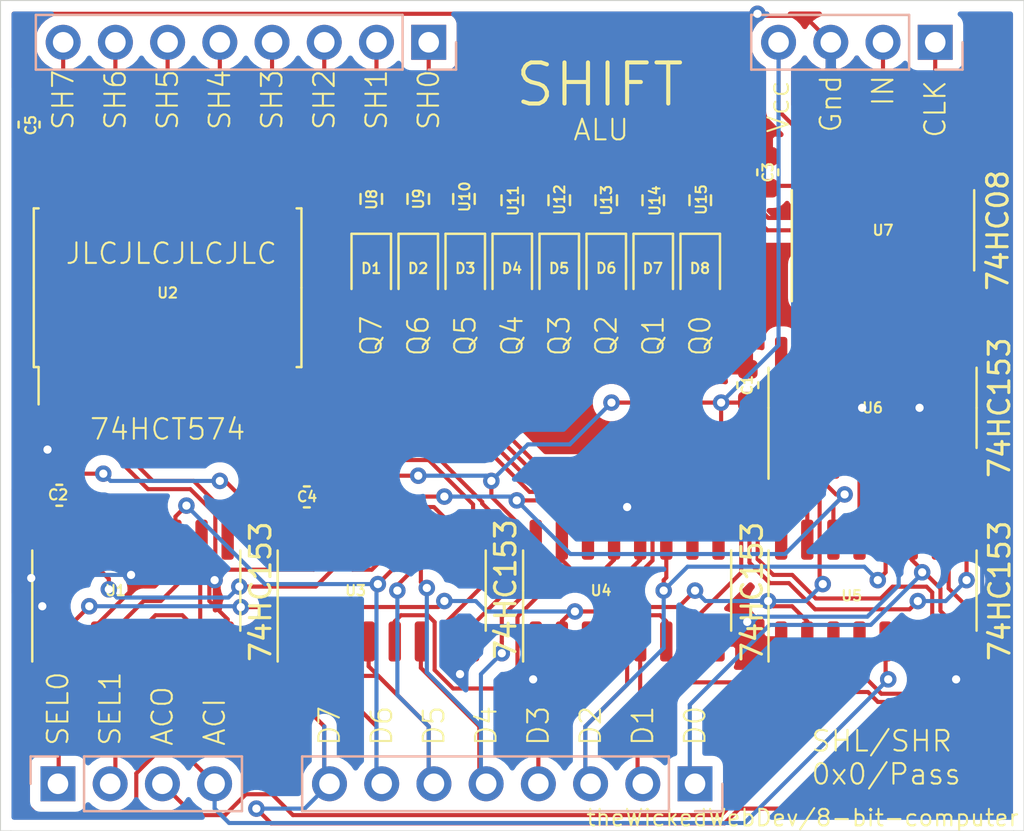
<source format=kicad_pcb>
(kicad_pcb (version 20171130) (host pcbnew "(5.1.10-1-10_14)")
  (layers (0 F.Cu signal) (31 B.Cu signal) (34 B.Paste user) (35 F.Paste user) (36 B.SilkS user) (37 F.SilkS user) (38 B.Mask user) (39 F.Mask user) (44 Edge.Cuts user))
  (net 0 "")
  (net 1 VCC)
  (net 2 GND)
  (net 3 "Net-(U2-Pad11)")
  (net 4 "Net-(U6-Pad10)")
  (net 5 "Net-(U6-Pad7)")
  (net 6 ARITH_CARRY_OUT)
  (net 7 SHIFT_SEL_1)
  (net 8 SHIFT_SEL_0)
  (net 9 ARITH_CARRY_IN)
  (net 10 LHS_IN)
  (net 11 CLOCK)
  (net 12 LHS7)
  (net 13 LHS6)
  (net 14 LHS5)
  (net 15 LHS4)
  (net 16 LHS3)
  (net 17 LHS2)
  (net 18 LHS1)
  (net 19 LHS0)
  (net 20 Q7)
  (net 21 Q6)
  (net 22 Q5)
  (net 23 Q4)
  (net 24 Q3)
  (net 25 Q2)
  (net 26 Q1)
  (net 27 Q0)
  (net 28 D6)
  (net 29 D7)
  (net 30 D5)
  (net 31 D4)
  (net 32 D3)
  (net 33 D2)
  (net 34 D1)
  (net 35 D0)
  (net 36 "Net-(D1-Pad1)")
  (net 37 "Net-(D2-Pad1)")
  (net 38 "Net-(D3-Pad1)")
  (net 39 "Net-(D4-Pad1)")
  (net 40 "Net-(D5-Pad1)")
  (net 41 "Net-(D6-Pad1)")
  (net 42 "Net-(D7-Pad1)")
  (net 43 "Net-(D8-Pad1)")
  (module Capacitor_SMD:C_0603_1608Metric (layer F.Cu) (at 128.39 55.82 90)
    (fp_text reference C5 (at -0.03 0.08 90) (layer F.SilkS) (effects (font (size 0.5 0.5) (thickness 0.1))))
    (fp_text value 0603B103K500NT)
    (pad 2 smd roundrect (at 0.775 0 90) (size 0.9 0.95) (layers F.Cu F.Paste F.Mask) (net 2 GND))
    (pad 1 smd roundrect (at -0.775 0 90) (size 0.9 0.95) (layers F.Cu F.Paste F.Mask) (net 1 VCC))
  )
  (module Capacitor_SMD:C_0603_1608Metric (layer F.Cu) (at 141.9 73.93)
    (fp_text reference C4 (at 0.01 -0.01) (layer F.SilkS) (effects (font (size 0.5 0.5) (thickness 0.1))))
    (fp_text value 0603B103K500NT)
    (pad 2 smd roundrect (at 0.775 0) (size 0.9 0.95) (layers F.Cu F.Paste F.Mask) (net 2 GND))
    (pad 1 smd roundrect (at -0.775 0) (size 0.9 0.95) (layers F.Cu F.Paste F.Mask) (net 1 VCC))
  )
  (module Capacitor_SMD:C_0603_1608Metric (layer F.Cu) (at 164.32 58.14 90)
    (fp_text reference C3 (at 0 0.01 90) (layer F.SilkS) (effects (font (size 0.5 0.5) (thickness 0.1))))
    (fp_text value 0603B103K500NT)
    (pad 2 smd roundrect (at 0.775 0 90) (size 0.9 0.95) (layers F.Cu F.Paste F.Mask) (net 2 GND))
    (pad 1 smd roundrect (at -0.775 0 90) (size 0.9 0.95) (layers F.Cu F.Paste F.Mask) (net 1 VCC))
  )
  (module Capacitor_SMD:C_0603_1608Metric (layer F.Cu) (at 129.86 73.85)
    (fp_text reference C2 (at -0.06 -0.02) (layer F.SilkS) (effects (font (size 0.5 0.5) (thickness 0.1))))
    (fp_text value 0603B103K500NT)
    (pad 2 smd roundrect (at 0.775 0) (size 0.9 0.95) (layers F.Cu F.Paste F.Mask) (net 2 GND))
    (pad 1 smd roundrect (at -0.775 0) (size 0.9 0.95) (layers F.Cu F.Paste F.Mask) (net 1 VCC))
  )
  (module Capacitor_SMD:C_0603_1608Metric (layer F.Cu) (at 163.35 68.495 90)
    (fp_text reference C1 (at 0 -0.03 90) (layer F.SilkS) (effects (font (size 0.5 0.5) (thickness 0.1))))
    (fp_text value 0603B103K500NT)
    (pad 2 smd roundrect (at 0.775 0 90) (size 0.9 0.95) (layers F.Cu F.Paste F.Mask) (net 2 GND))
    (pad 1 smd roundrect (at -0.775 0 90) (size 0.9 0.95) (layers F.Cu F.Paste F.Mask) (net 1 VCC))
  )
  (module Resistor_SMD:R_0603_1608Metric (layer F.Cu) (at 161.036 59.499 90)
    (fp_text reference U15 (at 0.03 0.049 90) (layer F.SilkS) (effects (font (size 0.5 0.5) (thickness 0.1))))
    (fp_text value 0603WAF1001T5E)
    (pad 2 smd roundrect (at 0.825 0 90) (size 0.8 0.95) (layers F.Cu F.Paste F.Mask) (net 2 GND))
    (pad 1 smd roundrect (at -0.825 0 90) (size 0.8 0.95) (layers F.Cu F.Paste F.Mask) (net 43 "Net-(D8-Pad1)"))
  )
  (module Resistor_SMD:R_0603_1608Metric (layer F.Cu) (at 158.75 59.499 90)
    (fp_text reference U14 (at -0.024 0.079 90) (layer F.SilkS) (effects (font (size 0.5 0.5) (thickness 0.1))))
    (fp_text value 0603WAF1001T5E)
    (pad 2 smd roundrect (at 0.825 0 90) (size 0.8 0.95) (layers F.Cu F.Paste F.Mask) (net 2 GND))
    (pad 1 smd roundrect (at -0.825 0 90) (size 0.8 0.95) (layers F.Cu F.Paste F.Mask) (net 42 "Net-(D7-Pad1)"))
  )
  (module Resistor_SMD:R_0603_1608Metric (layer F.Cu) (at 156.464 59.499 90)
    (fp_text reference U13 (at 0 0.011 90) (layer F.SilkS) (effects (font (size 0.5 0.5) (thickness 0.1))))
    (fp_text value 0603WAF1001T5E)
    (pad 2 smd roundrect (at 0.825 0 90) (size 0.8 0.95) (layers F.Cu F.Paste F.Mask) (net 2 GND))
    (pad 1 smd roundrect (at -0.825 0 90) (size 0.8 0.95) (layers F.Cu F.Paste F.Mask) (net 41 "Net-(D6-Pad1)"))
  )
  (module Resistor_SMD:R_0603_1608Metric (layer F.Cu) (at 154.178 59.499 90)
    (fp_text reference U12 (at 0.03 0.019 90) (layer F.SilkS) (effects (font (size 0.5 0.5) (thickness 0.1))))
    (fp_text value 0603WAF1001T5E)
    (pad 2 smd roundrect (at 0.825 0 90) (size 0.8 0.95) (layers F.Cu F.Paste F.Mask) (net 2 GND))
    (pad 1 smd roundrect (at -0.825 0 90) (size 0.8 0.95) (layers F.Cu F.Paste F.Mask) (net 40 "Net-(D5-Pad1)"))
  )
  (module Resistor_SMD:R_0603_1608Metric (layer F.Cu) (at 151.892 59.499 90)
    (fp_text reference U11 (at -0.024 0.049 90) (layer F.SilkS) (effects (font (size 0.5 0.5) (thickness 0.1))))
    (fp_text value 0603WAF1001T5E)
    (pad 2 smd roundrect (at 0.825 0 90) (size 0.8 0.95) (layers F.Cu F.Paste F.Mask) (net 2 GND))
    (pad 1 smd roundrect (at -0.825 0 90) (size 0.8 0.95) (layers F.Cu F.Paste F.Mask) (net 39 "Net-(D4-Pad1)"))
  )
  (module Resistor_SMD:R_0603_1608Metric (layer F.Cu) (at 149.543 59.436 90)
    (fp_text reference U10 (at 0.108 0.035 90) (layer F.SilkS) (effects (font (size 0.5 0.5) (thickness 0.1))))
    (fp_text value 0603WAF1001T5E)
    (pad 2 smd roundrect (at 0.825 0 90) (size 0.8 0.95) (layers F.Cu F.Paste F.Mask) (net 2 GND))
    (pad 1 smd roundrect (at -0.825 0 90) (size 0.8 0.95) (layers F.Cu F.Paste F.Mask) (net 38 "Net-(D3-Pad1)"))
  )
  (module Resistor_SMD:R_0603_1608Metric (layer F.Cu) (at 147.32 59.436 90)
    (fp_text reference U9 (at 0 0.011 90) (layer F.SilkS) (effects (font (size 0.5 0.5) (thickness 0.1))))
    (fp_text value 0603WAF1001T5E)
    (pad 2 smd roundrect (at 0.825 0 90) (size 0.8 0.95) (layers F.Cu F.Paste F.Mask) (net 2 GND))
    (pad 1 smd roundrect (at -0.825 0 90) (size 0.8 0.95) (layers F.Cu F.Paste F.Mask) (net 37 "Net-(D2-Pad1)"))
  )
  (module Resistor_SMD:R_0603_1608Metric (layer F.Cu) (at 145.034 59.436 90)
    (fp_text reference U8 (at -0.024 0.019 90) (layer F.SilkS) (effects (font (size 0.5 0.5) (thickness 0.1))))
    (fp_text value 0603WAF1001T5E)
    (pad 2 smd roundrect (at 0.825 0 90) (size 0.8 0.95) (layers F.Cu F.Paste F.Mask) (net 2 GND))
    (pad 1 smd roundrect (at -0.825 0 90) (size 0.8 0.95) (layers F.Cu F.Paste F.Mask) (net 36 "Net-(D1-Pad1)"))
  )
  (module LED_SMD:LED_0805_2012Metric (layer F.Cu) (at 161.036 62.8165 270)
    (fp_text reference D8 (at 0 0.016) (layer F.SilkS) (effects (font (size 0.5 0.5) (thickness 0.1))))
    (fp_text value C2297)
    (pad 2 smd roundrect (at 0.9375 0 270) (size 0.975 1.4) (layers F.Cu F.Paste F.Mask) (net 27 Q0))
    (pad 1 smd roundrect (at -0.9375 0 270) (size 0.975 1.4) (layers F.Cu F.Paste F.Mask) (net 43 "Net-(D8-Pad1)"))
  )
  (module LED_SMD:LED_0805_2012Metric (layer F.Cu) (at 158.75 62.8165 270)
    (fp_text reference D7 (at 0 0.024) (layer F.SilkS) (effects (font (size 0.5 0.5) (thickness 0.1))))
    (fp_text value C2297)
    (pad 2 smd roundrect (at 0.9375 0 270) (size 0.975 1.4) (layers F.Cu F.Paste F.Mask) (net 26 Q1))
    (pad 1 smd roundrect (at -0.9375 0 270) (size 0.975 1.4) (layers F.Cu F.Paste F.Mask) (net 42 "Net-(D7-Pad1)"))
  )
  (module LED_SMD:LED_0805_2012Metric (layer F.Cu) (at 156.464 62.8165 270)
    (fp_text reference D6 (at -0.01 0) (layer F.SilkS) (effects (font (size 0.5 0.5) (thickness 0.1))))
    (fp_text value C2297)
    (pad 2 smd roundrect (at 0.9375 0 270) (size 0.975 1.4) (layers F.Cu F.Paste F.Mask) (net 25 Q2))
    (pad 1 smd roundrect (at -0.9375 0 270) (size 0.975 1.4) (layers F.Cu F.Paste F.Mask) (net 41 "Net-(D6-Pad1)"))
  )
  (module LED_SMD:LED_0805_2012Metric (layer F.Cu) (at 154.178 62.8165 270)
    (fp_text reference D5 (at 0 0.008) (layer F.SilkS) (effects (font (size 0.5 0.5) (thickness 0.1))))
    (fp_text value C2297)
    (pad 2 smd roundrect (at 0.9375 0 270) (size 0.975 1.4) (layers F.Cu F.Paste F.Mask) (net 24 Q3))
    (pad 1 smd roundrect (at -0.9375 0 270) (size 0.975 1.4) (layers F.Cu F.Paste F.Mask) (net 40 "Net-(D5-Pad1)"))
  )
  (module LED_SMD:LED_0805_2012Metric (layer F.Cu) (at 151.892 62.8165 270)
    (fp_text reference D4 (at 0 0.016) (layer F.SilkS) (effects (font (size 0.5 0.5) (thickness 0.1))))
    (fp_text value C2297)
    (pad 2 smd roundrect (at 0.9375 0 270) (size 0.975 1.4) (layers F.Cu F.Paste F.Mask) (net 23 Q4))
    (pad 1 smd roundrect (at -0.9375 0 270) (size 0.975 1.4) (layers F.Cu F.Paste F.Mask) (net 39 "Net-(D4-Pad1)"))
  )
  (module LED_SMD:LED_0805_2012Metric (layer F.Cu) (at 149.606 62.8165 270)
    (fp_text reference D3 (at 0 0) (layer F.SilkS) (effects (font (size 0.5 0.5) (thickness 0.1))))
    (fp_text value C2297)
    (pad 2 smd roundrect (at 0.9375 0 270) (size 0.975 1.4) (layers F.Cu F.Paste F.Mask) (net 22 Q5))
    (pad 1 smd roundrect (at -0.9375 0 270) (size 0.975 1.4) (layers F.Cu F.Paste F.Mask) (net 38 "Net-(D3-Pad1)"))
  )
  (module LED_SMD:LED_0805_2012Metric (layer F.Cu) (at 147.32 62.8165 270)
    (fp_text reference D2 (at 0 0.008) (layer F.SilkS) (effects (font (size 0.5 0.5) (thickness 0.1))))
    (fp_text value C2297)
    (pad 2 smd roundrect (at 0.9375 0 270) (size 0.975 1.4) (layers F.Cu F.Paste F.Mask) (net 21 Q6))
    (pad 1 smd roundrect (at -0.9375 0 270) (size 0.975 1.4) (layers F.Cu F.Paste F.Mask) (net 37 "Net-(D2-Pad1)"))
  )
  (module LED_SMD:LED_0805_2012Metric (layer F.Cu) (at 145.034 62.8165 270)
    (fp_text reference D1 (at 0 0) (layer F.SilkS) (effects (font (size 0.5 0.5) (thickness 0.1))))
    (fp_text value C2297)
    (pad 2 smd roundrect (at 0.9375 0 270) (size 0.975 1.4) (layers F.Cu F.Paste F.Mask) (net 20 Q7))
    (pad 1 smd roundrect (at -0.9375 0 270) (size 0.975 1.4) (layers F.Cu F.Paste F.Mask) (net 36 "Net-(D1-Pad1)"))
  )
  (module Connector_PinHeader_2.54mm:PinHeader_1x04_P2.54mm_Vertical (layer B.Cu) (at 129.794 87.884 270)
    (fp_text reference J4 hide)
    (fp_text value Conn_01x04 hide)
    (pad 1 thru_hole rect (at 0 0 270) (size 1.7 1.7) (drill 1) (layers *.Cu *.Mask) (net 8 SHIFT_SEL_0))
    (pad 2 thru_hole oval (at 0 -2.54 270) (size 1.7 1.7) (drill 1) (layers *.Cu *.Mask) (net 7 SHIFT_SEL_1))
    (pad 3 thru_hole oval (at 0 -5.08 270) (size 1.7 1.7) (drill 1) (layers *.Cu *.Mask) (net 6 ARITH_CARRY_OUT))
    (pad 4 thru_hole oval (at 0 -7.62 270) (size 1.7 1.7) (drill 1) (layers *.Cu *.Mask) (net 9 ARITH_CARRY_IN))
  )
  (module Connector_PinHeader_2.54mm:PinHeader_1x04_P2.54mm_Vertical (layer B.Cu) (at 172.466 51.816 90)
    (fp_text reference J1 hide)
    (fp_text value Conn_01x04 hide)
    (pad 4 thru_hole oval (at 0 -7.62 90) (size 1.7 1.7) (drill 1) (layers *.Cu *.Mask) (net 1 VCC))
    (pad 3 thru_hole oval (at 0 -5.08 90) (size 1.7 1.7) (drill 1) (layers *.Cu *.Mask) (net 2 GND))
    (pad 2 thru_hole oval (at 0 -2.54 90) (size 1.7 1.7) (drill 1) (layers *.Cu *.Mask) (net 10 LHS_IN))
    (pad 1 thru_hole rect (at 0 0 90) (size 1.7 1.7) (drill 1) (layers *.Cu *.Mask) (net 11 CLOCK))
  )
  (module Package_SO:SOIC-14_3.9x8.7mm_P1.27mm (layer F.Cu) (at 169.926 60.96 90)
    (fp_text reference U7 (at 0 0 180) (layer F.SilkS) (effects (font (size 0.5 0.5) (thickness 0.1))))
    (fp_text value 74HC08D,653)
    (fp_text user 74HC08 (at -0.01 5.584 90) (layer F.SilkS))
    (pad 14 smd roundrect (at 2.475 -3.81 90) (size 1.95 0.6) (layers F.Cu F.Paste F.Mask) (net 1 VCC))
    (pad 13 smd roundrect (at 2.475 -2.54 90) (size 1.95 0.6) (layers F.Cu F.Paste F.Mask))
    (pad 12 smd roundrect (at 2.475 -1.27 90) (size 1.95 0.6) (layers F.Cu F.Paste F.Mask))
    (pad 11 smd roundrect (at 2.475 0 90) (size 1.95 0.6) (layers F.Cu F.Paste F.Mask))
    (pad 10 smd roundrect (at 2.475 1.27 90) (size 1.95 0.6) (layers F.Cu F.Paste F.Mask))
    (pad 9 smd roundrect (at 2.475 2.54 90) (size 1.95 0.6) (layers F.Cu F.Paste F.Mask))
    (pad 8 smd roundrect (at 2.475 3.81 90) (size 1.95 0.6) (layers F.Cu F.Paste F.Mask))
    (pad 7 smd roundrect (at -2.475 3.81 90) (size 1.95 0.6) (layers F.Cu F.Paste F.Mask) (net 2 GND))
    (pad 6 smd roundrect (at -2.475 2.54 90) (size 1.95 0.6) (layers F.Cu F.Paste F.Mask))
    (pad 5 smd roundrect (at -2.475 1.27 90) (size 1.95 0.6) (layers F.Cu F.Paste F.Mask))
    (pad 4 smd roundrect (at -2.475 0 90) (size 1.95 0.6) (layers F.Cu F.Paste F.Mask))
    (pad 3 smd roundrect (at -2.475 -1.27 90) (size 1.95 0.6) (layers F.Cu F.Paste F.Mask) (net 3 "Net-(U2-Pad11)"))
    (pad 2 smd roundrect (at -2.475 -2.54 90) (size 1.95 0.6) (layers F.Cu F.Paste F.Mask) (net 10 LHS_IN))
    (pad 1 smd roundrect (at -2.475 -3.81 90) (size 1.95 0.6) (layers F.Cu F.Paste F.Mask) (net 11 CLOCK))
  )
  (module Package_SO:SOIC-16_3.9x9.9mm_P1.27mm (layer F.Cu) (at 169.418 69.596 90)
    (fp_text reference U6 (at 0 0 180) (layer F.SilkS) (effects (font (size 0.5 0.5) (thickness 0.1))))
    (fp_text value 74HC153D,653)
    (fp_text user 74HC153 (at 0.006 6.172 90) (layer F.SilkS))
    (pad 16 smd roundrect (at 2.475 -4.445 90) (size 1.95 0.6) (layers F.Cu F.Paste F.Mask) (net 1 VCC))
    (pad 15 smd roundrect (at 2.475 -3.175 90) (size 1.95 0.6) (layers F.Cu F.Paste F.Mask) (net 2 GND))
    (pad 14 smd roundrect (at 2.475 -1.905 90) (size 1.95 0.6) (layers F.Cu F.Paste F.Mask) (net 8 SHIFT_SEL_0))
    (pad 13 smd roundrect (at 2.475 -0.635 90) (size 1.95 0.6) (layers F.Cu F.Paste F.Mask) (net 2 GND))
    (pad 12 smd roundrect (at 2.475 0.635 90) (size 1.95 0.6) (layers F.Cu F.Paste F.Mask) (net 35 D0))
    (pad 11 smd roundrect (at 2.475 1.905 90) (size 1.95 0.6) (layers F.Cu F.Paste F.Mask) (net 29 D7))
    (pad 10 smd roundrect (at 2.475 3.175 90) (size 1.95 0.6) (layers F.Cu F.Paste F.Mask) (net 4 "Net-(U6-Pad10)"))
    (pad 9 smd roundrect (at 2.475 4.445 90) (size 1.95 0.6) (layers F.Cu F.Paste F.Mask) (net 6 ARITH_CARRY_OUT))
    (pad 8 smd roundrect (at -2.475 4.445 90) (size 1.95 0.6) (layers F.Cu F.Paste F.Mask) (net 2 GND))
    (pad 7 smd roundrect (at -2.475 3.175 90) (size 1.95 0.6) (layers F.Cu F.Paste F.Mask) (net 5 "Net-(U6-Pad7)"))
    (pad 6 smd roundrect (at -2.475 1.905 90) (size 1.95 0.6) (layers F.Cu F.Paste F.Mask) (net 2 GND))
    (pad 5 smd roundrect (at -2.475 0.635 90) (size 1.95 0.6) (layers F.Cu F.Paste F.Mask) (net 2 GND))
    (pad 4 smd roundrect (at -2.475 -0.635 90) (size 1.95 0.6) (layers F.Cu F.Paste F.Mask) (net 2 GND))
    (pad 3 smd roundrect (at -2.475 -1.905 90) (size 1.95 0.6) (layers F.Cu F.Paste F.Mask) (net 2 GND))
    (pad 2 smd roundrect (at -2.475 -3.175 90) (size 1.95 0.6) (layers F.Cu F.Paste F.Mask) (net 7 SHIFT_SEL_1))
    (pad 1 smd roundrect (at -2.475 -4.445 90) (size 1.95 0.6) (layers F.Cu F.Paste F.Mask) (net 2 GND))
  )
  (module Package_SO:SOIC-16_3.9x9.9mm_P1.27mm (layer F.Cu) (at 169.418 78.486 90)
    (fp_text reference U5 (at -0.254 -1.016 180) (layer F.SilkS) (effects (font (size 0.5 0.5) (thickness 0.1))))
    (fp_text value 74HC153D,653)
    (fp_text user 74HC153 (at -0.014 6.182 90) (layer F.SilkS))
    (pad 16 smd roundrect (at 2.475 -4.445 90) (size 1.95 0.6) (layers F.Cu F.Paste F.Mask) (net 1 VCC))
    (pad 15 smd roundrect (at 2.475 -3.175 90) (size 1.95 0.6) (layers F.Cu F.Paste F.Mask) (net 2 GND))
    (pad 14 smd roundrect (at 2.475 -1.905 90) (size 1.95 0.6) (layers F.Cu F.Paste F.Mask) (net 8 SHIFT_SEL_0))
    (pad 13 smd roundrect (at 2.475 -0.635 90) (size 1.95 0.6) (layers F.Cu F.Paste F.Mask) (net 2 GND))
    (pad 12 smd roundrect (at 2.475 0.635 90) (size 1.95 0.6) (layers F.Cu F.Paste F.Mask) (net 33 D2))
    (pad 11 smd roundrect (at 2.475 1.905 90) (size 1.95 0.6) (layers F.Cu F.Paste F.Mask) (net 35 D0))
    (pad 10 smd roundrect (at 2.475 3.175 90) (size 1.95 0.6) (layers F.Cu F.Paste F.Mask) (net 34 D1))
    (pad 9 smd roundrect (at 2.475 4.445 90) (size 1.95 0.6) (layers F.Cu F.Paste F.Mask) (net 26 Q1))
    (pad 8 smd roundrect (at -2.475 4.445 90) (size 1.95 0.6) (layers F.Cu F.Paste F.Mask) (net 2 GND))
    (pad 7 smd roundrect (at -2.475 3.175 90) (size 1.95 0.6) (layers F.Cu F.Paste F.Mask) (net 27 Q0))
    (pad 6 smd roundrect (at -2.475 1.905 90) (size 1.95 0.6) (layers F.Cu F.Paste F.Mask) (net 35 D0))
    (pad 5 smd roundrect (at -2.475 0.635 90) (size 1.95 0.6) (layers F.Cu F.Paste F.Mask) (net 9 ARITH_CARRY_IN))
    (pad 4 smd roundrect (at -2.475 -0.635 90) (size 1.95 0.6) (layers F.Cu F.Paste F.Mask) (net 34 D1))
    (pad 3 smd roundrect (at -2.475 -1.905 90) (size 1.95 0.6) (layers F.Cu F.Paste F.Mask) (net 2 GND))
    (pad 2 smd roundrect (at -2.475 -3.175 90) (size 1.95 0.6) (layers F.Cu F.Paste F.Mask) (net 7 SHIFT_SEL_1))
    (pad 1 smd roundrect (at -2.475 -4.445 90) (size 1.95 0.6) (layers F.Cu F.Paste F.Mask) (net 2 GND))
  )
  (module Package_SO:SOIC-16_3.9x9.9mm_P1.27mm (layer F.Cu) (at 157.48 78.486 90)
    (fp_text reference U4 (at 0 -1.27 180) (layer F.SilkS) (effects (font (size 0.5 0.5) (thickness 0.1))))
    (fp_text value 74HC153D,653)
    (fp_text user 74HC153 (at -0.064 6.08 90) (layer F.SilkS))
    (pad 16 smd roundrect (at 2.475 -4.445 90) (size 1.95 0.6) (layers F.Cu F.Paste F.Mask) (net 1 VCC))
    (pad 15 smd roundrect (at 2.475 -3.175 90) (size 1.95 0.6) (layers F.Cu F.Paste F.Mask) (net 2 GND))
    (pad 14 smd roundrect (at 2.475 -1.905 90) (size 1.95 0.6) (layers F.Cu F.Paste F.Mask) (net 8 SHIFT_SEL_0))
    (pad 13 smd roundrect (at 2.475 -0.635 90) (size 1.95 0.6) (layers F.Cu F.Paste F.Mask) (net 2 GND))
    (pad 12 smd roundrect (at 2.475 0.635 90) (size 1.95 0.6) (layers F.Cu F.Paste F.Mask) (net 31 D4))
    (pad 11 smd roundrect (at 2.475 1.905 90) (size 1.95 0.6) (layers F.Cu F.Paste F.Mask) (net 33 D2))
    (pad 10 smd roundrect (at 2.475 3.175 90) (size 1.95 0.6) (layers F.Cu F.Paste F.Mask) (net 32 D3))
    (pad 9 smd roundrect (at 2.475 4.445 90) (size 1.95 0.6) (layers F.Cu F.Paste F.Mask) (net 24 Q3))
    (pad 8 smd roundrect (at -2.475 4.445 90) (size 1.95 0.6) (layers F.Cu F.Paste F.Mask) (net 2 GND))
    (pad 7 smd roundrect (at -2.475 3.175 90) (size 1.95 0.6) (layers F.Cu F.Paste F.Mask) (net 25 Q2))
    (pad 6 smd roundrect (at -2.475 1.905 90) (size 1.95 0.6) (layers F.Cu F.Paste F.Mask) (net 33 D2))
    (pad 5 smd roundrect (at -2.475 0.635 90) (size 1.95 0.6) (layers F.Cu F.Paste F.Mask) (net 34 D1))
    (pad 4 smd roundrect (at -2.475 -0.635 90) (size 1.95 0.6) (layers F.Cu F.Paste F.Mask) (net 32 D3))
    (pad 3 smd roundrect (at -2.475 -1.905 90) (size 1.95 0.6) (layers F.Cu F.Paste F.Mask) (net 2 GND))
    (pad 2 smd roundrect (at -2.475 -3.175 90) (size 1.95 0.6) (layers F.Cu F.Paste F.Mask) (net 7 SHIFT_SEL_1))
    (pad 1 smd roundrect (at -2.475 -4.445 90) (size 1.95 0.6) (layers F.Cu F.Paste F.Mask) (net 2 GND))
  )
  (module Package_SO:SOIC-16_3.9x9.9mm_P1.27mm (layer F.Cu) (at 145.542 78.486 90)
    (fp_text reference U3 (at 0 -1.27 180) (layer F.SilkS) (effects (font (size 0.5 0.5) (thickness 0.1))))
    (fp_text value 74HC153D,653)
    (fp_text user 74HC153 (at 0.056 6.028 90) (layer F.SilkS))
    (pad 16 smd roundrect (at 2.475 -4.445 90) (size 1.95 0.6) (layers F.Cu F.Paste F.Mask) (net 1 VCC))
    (pad 15 smd roundrect (at 2.475 -3.175 90) (size 1.95 0.6) (layers F.Cu F.Paste F.Mask) (net 2 GND))
    (pad 14 smd roundrect (at 2.475 -1.905 90) (size 1.95 0.6) (layers F.Cu F.Paste F.Mask) (net 8 SHIFT_SEL_0))
    (pad 13 smd roundrect (at 2.475 -0.635 90) (size 1.95 0.6) (layers F.Cu F.Paste F.Mask) (net 2 GND))
    (pad 12 smd roundrect (at 2.475 0.635 90) (size 1.95 0.6) (layers F.Cu F.Paste F.Mask) (net 28 D6))
    (pad 11 smd roundrect (at 2.475 1.905 90) (size 1.95 0.6) (layers F.Cu F.Paste F.Mask) (net 31 D4))
    (pad 10 smd roundrect (at 2.475 3.175 90) (size 1.95 0.6) (layers F.Cu F.Paste F.Mask) (net 30 D5))
    (pad 9 smd roundrect (at 2.475 4.445 90) (size 1.95 0.6) (layers F.Cu F.Paste F.Mask) (net 22 Q5))
    (pad 8 smd roundrect (at -2.475 4.445 90) (size 1.95 0.6) (layers F.Cu F.Paste F.Mask) (net 2 GND))
    (pad 7 smd roundrect (at -2.475 3.175 90) (size 1.95 0.6) (layers F.Cu F.Paste F.Mask) (net 23 Q4))
    (pad 6 smd roundrect (at -2.475 1.905 90) (size 1.95 0.6) (layers F.Cu F.Paste F.Mask) (net 31 D4))
    (pad 5 smd roundrect (at -2.475 0.635 90) (size 1.95 0.6) (layers F.Cu F.Paste F.Mask) (net 32 D3))
    (pad 4 smd roundrect (at -2.475 -0.635 90) (size 1.95 0.6) (layers F.Cu F.Paste F.Mask) (net 30 D5))
    (pad 3 smd roundrect (at -2.475 -1.905 90) (size 1.95 0.6) (layers F.Cu F.Paste F.Mask) (net 2 GND))
    (pad 2 smd roundrect (at -2.475 -3.175 90) (size 1.95 0.6) (layers F.Cu F.Paste F.Mask) (net 7 SHIFT_SEL_1))
    (pad 1 smd roundrect (at -2.475 -4.445 90) (size 1.95 0.6) (layers F.Cu F.Paste F.Mask) (net 2 GND))
  )
  (module Package_SO:SOIC-20W_7.5x12.8mm_P1.27mm (layer F.Cu) (at 135.128 63.754 90)
    (fp_text reference U2 (at -0.254 0 180) (layer F.SilkS) (effects (font (size 0.5 0.5) (thickness 0.1))))
    (fp_text value 74HCT574 (at -6.886 0.002 180) (layer F.SilkS) (effects (font (thickness 0.1))))
    (pad 20 smd roundrect (at 4.65 -5.715 90) (size 2.05 0.6) (layers F.Cu F.Paste F.Mask) (net 1 VCC))
    (pad 19 smd roundrect (at 4.65 -4.445 90) (size 2.05 0.6) (layers F.Cu F.Paste F.Mask) (net 12 LHS7))
    (pad 18 smd roundrect (at 4.65 -3.175 90) (size 2.05 0.6) (layers F.Cu F.Paste F.Mask) (net 13 LHS6))
    (pad 17 smd roundrect (at 4.65 -1.905 90) (size 2.05 0.6) (layers F.Cu F.Paste F.Mask) (net 14 LHS5))
    (pad 16 smd roundrect (at 4.65 -0.635 90) (size 2.05 0.6) (layers F.Cu F.Paste F.Mask) (net 15 LHS4))
    (pad 15 smd roundrect (at 4.65 0.635 90) (size 2.05 0.6) (layers F.Cu F.Paste F.Mask) (net 16 LHS3))
    (pad 14 smd roundrect (at 4.65 1.905 90) (size 2.05 0.6) (layers F.Cu F.Paste F.Mask) (net 17 LHS2))
    (pad 13 smd roundrect (at 4.65 3.175 90) (size 2.05 0.6) (layers F.Cu F.Paste F.Mask) (net 18 LHS1))
    (pad 12 smd roundrect (at 4.65 4.445 90) (size 2.05 0.6) (layers F.Cu F.Paste F.Mask) (net 19 LHS0))
    (pad 11 smd roundrect (at 4.65 5.715 90) (size 2.05 0.6) (layers F.Cu F.Paste F.Mask) (net 3 "Net-(U2-Pad11)"))
    (pad 10 smd roundrect (at -4.65 5.715 90) (size 2.05 0.6) (layers F.Cu F.Paste F.Mask) (net 2 GND))
    (pad 9 smd roundrect (at -4.65 4.445 90) (size 2.05 0.6) (layers F.Cu F.Paste F.Mask) (net 27 Q0))
    (pad 8 smd roundrect (at -4.65 3.175 90) (size 2.05 0.6) (layers F.Cu F.Paste F.Mask) (net 26 Q1))
    (pad 7 smd roundrect (at -4.65 1.905 90) (size 2.05 0.6) (layers F.Cu F.Paste F.Mask) (net 25 Q2))
    (pad 6 smd roundrect (at -4.65 0.635 90) (size 2.05 0.6) (layers F.Cu F.Paste F.Mask) (net 24 Q3))
    (pad 5 smd roundrect (at -4.65 -0.635 90) (size 2.05 0.6) (layers F.Cu F.Paste F.Mask) (net 23 Q4))
    (pad 4 smd roundrect (at -4.65 -1.905 90) (size 2.05 0.6) (layers F.Cu F.Paste F.Mask) (net 22 Q5))
    (pad 3 smd roundrect (at -4.65 -3.175 90) (size 2.05 0.6) (layers F.Cu F.Paste F.Mask) (net 21 Q6))
    (pad 2 smd roundrect (at -4.65 -4.445 90) (size 2.05 0.6) (layers F.Cu F.Paste F.Mask) (net 20 Q7))
    (pad 1 smd roundrect (at -4.65 -5.715 90) (size 2.05 0.6) (layers F.Cu F.Paste F.Mask) (net 2 GND))
  )
  (module Package_SO:SOIC-16_3.9x9.9mm_P1.27mm (layer F.Cu) (at 133.604 78.486 90)
    (fp_text reference U1 (at 0 -1.016 180) (layer F.SilkS) (effects (font (size 0.5 0.5) (thickness 0.1))))
    (fp_text value 74HC153D,653)
    (fp_text user 74HC153 (at -0.054 6.046 90) (layer F.SilkS))
    (pad 16 smd roundrect (at 2.475 -4.445 90) (size 1.95 0.6) (layers F.Cu F.Paste F.Mask) (net 1 VCC))
    (pad 15 smd roundrect (at 2.475 -3.175 90) (size 1.95 0.6) (layers F.Cu F.Paste F.Mask) (net 2 GND))
    (pad 14 smd roundrect (at 2.475 -1.905 90) (size 1.95 0.6) (layers F.Cu F.Paste F.Mask) (net 8 SHIFT_SEL_0))
    (pad 13 smd roundrect (at 2.475 -0.635 90) (size 1.95 0.6) (layers F.Cu F.Paste F.Mask) (net 2 GND))
    (pad 12 smd roundrect (at 2.475 0.635 90) (size 1.95 0.6) (layers F.Cu F.Paste F.Mask) (net 9 ARITH_CARRY_IN))
    (pad 11 smd roundrect (at 2.475 1.905 90) (size 1.95 0.6) (layers F.Cu F.Paste F.Mask) (net 28 D6))
    (pad 10 smd roundrect (at 2.475 3.175 90) (size 1.95 0.6) (layers F.Cu F.Paste F.Mask) (net 29 D7))
    (pad 9 smd roundrect (at 2.475 4.445 90) (size 1.95 0.6) (layers F.Cu F.Paste F.Mask) (net 20 Q7))
    (pad 8 smd roundrect (at -2.475 4.445 90) (size 1.95 0.6) (layers F.Cu F.Paste F.Mask) (net 2 GND))
    (pad 7 smd roundrect (at -2.475 3.175 90) (size 1.95 0.6) (layers F.Cu F.Paste F.Mask) (net 21 Q6))
    (pad 6 smd roundrect (at -2.475 1.905 90) (size 1.95 0.6) (layers F.Cu F.Paste F.Mask) (net 28 D6))
    (pad 5 smd roundrect (at -2.475 0.635 90) (size 1.95 0.6) (layers F.Cu F.Paste F.Mask) (net 30 D5))
    (pad 4 smd roundrect (at -2.475 -0.635 90) (size 1.95 0.6) (layers F.Cu F.Paste F.Mask) (net 29 D7))
    (pad 3 smd roundrect (at -2.475 -1.905 90) (size 1.95 0.6) (layers F.Cu F.Paste F.Mask) (net 2 GND))
    (pad 2 smd roundrect (at -2.475 -3.175 90) (size 1.95 0.6) (layers F.Cu F.Paste F.Mask) (net 7 SHIFT_SEL_1))
    (pad 1 smd roundrect (at -2.475 -4.445 90) (size 1.95 0.6) (layers F.Cu F.Paste F.Mask) (net 2 GND))
  )
  (module Connector_PinHeader_2.54mm:PinHeader_1x08_P2.54mm_Vertical (layer B.Cu) (at 160.782 87.884 90)
    (fp_text reference J3 hide)
    (fp_text value Conn_01x08 hide)
    (pad 8 thru_hole oval (at 0 -17.78 90) (size 1.7 1.7) (drill 1) (layers *.Cu *.Mask) (net 29 D7))
    (pad 7 thru_hole oval (at 0 -15.24 90) (size 1.7 1.7) (drill 1) (layers *.Cu *.Mask) (net 28 D6))
    (pad 6 thru_hole oval (at 0 -12.7 90) (size 1.7 1.7) (drill 1) (layers *.Cu *.Mask) (net 30 D5))
    (pad 5 thru_hole oval (at 0 -10.16 90) (size 1.7 1.7) (drill 1) (layers *.Cu *.Mask) (net 31 D4))
    (pad 4 thru_hole oval (at 0 -7.62 90) (size 1.7 1.7) (drill 1) (layers *.Cu *.Mask) (net 32 D3))
    (pad 3 thru_hole oval (at 0 -5.08 90) (size 1.7 1.7) (drill 1) (layers *.Cu *.Mask) (net 33 D2))
    (pad 2 thru_hole oval (at 0 -2.54 90) (size 1.7 1.7) (drill 1) (layers *.Cu *.Mask) (net 34 D1))
    (pad 1 thru_hole rect (at 0 0 90) (size 1.7 1.7) (drill 1) (layers *.Cu *.Mask) (net 35 D0))
  )
  (module Connector_PinHeader_2.54mm:PinHeader_1x08_P2.54mm_Vertical (layer B.Cu) (at 147.828 51.816 90)
    (fp_text reference J2 hide)
    (fp_text value Conn_01x08 hide)
    (pad 8 thru_hole oval (at 0 -17.78 90) (size 1.7 1.7) (drill 1) (layers *.Cu *.Mask) (net 12 LHS7))
    (pad 7 thru_hole oval (at 0 -15.24 90) (size 1.7 1.7) (drill 1) (layers *.Cu *.Mask) (net 13 LHS6))
    (pad 6 thru_hole oval (at 0 -12.7 90) (size 1.7 1.7) (drill 1) (layers *.Cu *.Mask) (net 14 LHS5))
    (pad 5 thru_hole oval (at 0 -10.16 90) (size 1.7 1.7) (drill 1) (layers *.Cu *.Mask) (net 15 LHS4))
    (pad 4 thru_hole oval (at 0 -7.62 90) (size 1.7 1.7) (drill 1) (layers *.Cu *.Mask) (net 16 LHS3))
    (pad 3 thru_hole oval (at 0 -5.08 90) (size 1.7 1.7) (drill 1) (layers *.Cu *.Mask) (net 17 LHS2))
    (pad 2 thru_hole oval (at 0 -2.54 90) (size 1.7 1.7) (drill 1) (layers *.Cu *.Mask) (net 18 LHS1))
    (pad 1 thru_hole rect (at 0 0 90) (size 1.7 1.7) (drill 1) (layers *.Cu *.Mask) (net 19 LHS0))
  )
  (gr_text ALU (at 157.64 56.08) (layer F.SilkS) (effects (font (size 1 1) (thickness 0.1)) (justify right)))
  (gr_text JLCJLCJLCJLC (at 135.31 62.09) (layer F.SilkS) (effects (font (size 1 1) (thickness 0.1))))
  (gr_text theWickedWebDev/8-bit-computer (at 166.01 89.54) (layer F.SilkS) (effects (font (size 0.8 0.8) (thickness 0.1))))
  (gr_text Q0 (at 161.036 65.024 90) (layer F.SilkS) (effects (font (size 1 1) (thickness 0.1)) (justify right)))
  (gr_text Q1 (at 158.75 65.024 90) (layer F.SilkS) (effects (font (size 1 1) (thickness 0.1)) (justify right)))
  (gr_text Q2 (at 156.464 65.024 90) (layer F.SilkS) (effects (font (size 1 1) (thickness 0.1)) (justify right)))
  (gr_text Q3 (at 154.178 65.024 90) (layer F.SilkS) (effects (font (size 1 1) (thickness 0.1)) (justify right)))
  (gr_text Q4 (at 151.892 65.024 90) (layer F.SilkS) (effects (font (size 1 1) (thickness 0.1)) (justify right)))
  (gr_text Q5 (at 149.606 65.024 90) (layer F.SilkS) (effects (font (size 1 1) (thickness 0.1)) (justify right)))
  (gr_text Q6 (at 147.32 65.024 90) (layer F.SilkS) (effects (font (size 1 1) (thickness 0.1)) (justify right)))
  (gr_text Q7 (at 145.034 65.024 90) (layer F.SilkS) (effects (font (size 1 1) (thickness 0.1)) (justify right)))
  (gr_text "SHL/SHR\n0x0/Pass" (at 166.37 86.614) (layer F.SilkS) (effects (font (size 1 1) (thickness 0.1)) (justify left)))
  (gr_text SHIFT (at 151.92 53.88) (layer F.SilkS) (effects (font (size 2 2) (thickness 0.2)) (justify left)))
  (gr_text D0 (at 160.782 86.106 90) (layer F.SilkS) (effects (font (size 1 1) (thickness 0.1)) (justify left)))
  (gr_text D1 (at 158.242 86.106 90) (layer F.SilkS) (effects (font (size 1 1) (thickness 0.1)) (justify left)))
  (gr_text D2 (at 155.702 86.106 90) (layer F.SilkS) (effects (font (size 1 1) (thickness 0.1)) (justify left)))
  (gr_text D3 (at 153.162 86.106 90) (layer F.SilkS) (effects (font (size 1 1) (thickness 0.1)) (justify left)))
  (gr_text D4 (at 150.622 86.106 90) (layer F.SilkS) (effects (font (size 1 1) (thickness 0.1)) (justify left)))
  (gr_text D5 (at 148.082 86.106 90) (layer F.SilkS) (effects (font (size 1 1) (thickness 0.1)) (justify left)))
  (gr_text D6 (at 145.542 86.106 90) (layer F.SilkS) (effects (font (size 1 1) (thickness 0.1)) (justify left)))
  (gr_text D7 (at 143.002 86.106 90) (layer F.SilkS) (effects (font (size 1 1) (thickness 0.1)) (justify left)))
  (gr_text ACI (at 137.414 86.106 90) (layer F.SilkS) (effects (font (size 1 1) (thickness 0.1)) (justify left)))
  (gr_text ACO (at 134.874 86.106 90) (layer F.SilkS) (effects (font (size 1 1) (thickness 0.1)) (justify left)))
  (gr_text SEL1 (at 132.334 86.106 90) (layer F.SilkS) (effects (font (size 1 1) (thickness 0.1)) (justify left)))
  (gr_text SEL0 (at 129.794 86.106 90) (layer F.SilkS) (effects (font (size 1 1) (thickness 0.1)) (justify left)))
  (gr_text CLK (at 172.466 53.594 90) (layer F.SilkS) (effects (font (size 1 1) (thickness 0.1)) (justify right)))
  (gr_text IN (at 169.926 53.34 90) (layer F.SilkS) (effects (font (size 1 1) (thickness 0.1)) (justify right)))
  (gr_text Gnd (at 167.386 53.34 90) (layer F.SilkS) (effects (font (size 1 1) (thickness 0.1)) (justify right)))
  (gr_text Vcc (at 164.846 53.594 90) (layer F.SilkS) (effects (font (size 1 1) (thickness 0.1)) (justify right)))
  (gr_text SH0 (at 147.828 54.61 90) (layer F.SilkS) (effects (font (size 1 1) (thickness 0.1))))
  (gr_text SH1 (at 145.288 54.61 90) (layer F.SilkS) (effects (font (size 1 1) (thickness 0.1))))
  (gr_text SH2 (at 142.748 54.61 90) (layer F.SilkS) (effects (font (size 1 1) (thickness 0.1))))
  (gr_text SH3 (at 140.208 54.61 90) (layer F.SilkS) (effects (font (size 1 1) (thickness 0.1))))
  (gr_text SH4 (at 137.668 54.61 90) (layer F.SilkS) (effects (font (size 1 1) (thickness 0.1))))
  (gr_text SH5 (at 135.128 54.61 90) (layer F.SilkS) (effects (font (size 1 1) (thickness 0.1))))
  (gr_text SH6 (at 132.588 54.61 90) (layer F.SilkS) (effects (font (size 1 1) (thickness 0.1))))
  (gr_text SH7 (at 130.048 54.61 90) (layer F.SilkS) (effects (font (size 1 1) (thickness 0.1))))
  (gr_line (start 176.784 90.17) (end 176.276 90.17) (layer Edge.Cuts) (width 0.05))
  (gr_line (start 176.784 49.784) (end 176.276 49.784) (layer Edge.Cuts) (width 0.05))
  (gr_line (start 127 49.784) (end 127.508 49.784) (layer Edge.Cuts) (width 0.05))
  (gr_line (start 127 90.17) (end 127.508 90.17) (layer Edge.Cuts) (width 0.05))
  (gr_line (start 176.784 49.784) (end 176.784 52.07) (layer Edge.Cuts) (width 0.05))
  (gr_line (start 127.508 49.784) (end 176.276 49.784) (layer Edge.Cuts) (width 0.05))
  (gr_line (start 127 90.17) (end 127 49.784) (layer Edge.Cuts) (width 0.05))
  (gr_line (start 176.276 90.17) (end 127.508 90.17) (layer Edge.Cuts) (width 0.05))
  (gr_line (start 176.784 52.07) (end 176.784 90.17) (layer Edge.Cuts) (width 0.05))
  (segment (start 164.973 76.011) (end 164.973 74.295) (width 0.2) (layer F.Cu) (net 1))
  (segment (start 164.973 74.295) (end 162.052 71.374) (width 0.2) (layer F.Cu) (net 1))
  (segment (start 153.035 76.011) (end 152.973 76.011) (width 0.2) (layer F.Cu) (net 1))
  (segment (start 152.973 76.011) (end 150.876 73.914) (width 0.2) (layer F.Cu) (net 1))
  (via (at 150.876 73.152) (size 0.8) (drill 0.4) (layers F.Cu B.Cu) (net 1))
  (segment (start 150.876 73.914) (end 150.876 73.152) (width 0.2) (layer F.Cu) (net 1))
  (segment (start 150.876 73.152) (end 152.654 71.374) (width 0.2) (layer B.Cu) (net 1))
  (segment (start 152.654 71.374) (end 153.162 71.374) (width 0.2) (layer B.Cu) (net 1))
  (segment (start 153.162 71.374) (end 153.416 71.374) (width 0.2) (layer B.Cu) (net 1))
  (segment (start 162.052 71.374) (end 162.052 69.596) (width 0.2) (layer F.Cu) (net 1))
  (via (at 162.052 69.342) (size 0.8) (drill 0.4) (layers F.Cu B.Cu) (net 1))
  (segment (start 162.052 69.596) (end 162.052 69.342) (width 0.2) (layer F.Cu) (net 1))
  (segment (start 153.416 71.374) (end 154.686 71.374) (width 0.2) (layer B.Cu) (net 1))
  (via (at 156.718 69.342) (size 0.8) (drill 0.4) (layers F.Cu B.Cu) (net 1))
  (segment (start 154.686 71.374) (end 156.718 69.342) (width 0.2) (layer B.Cu) (net 1))
  (segment (start 156.718 69.342) (end 162.052 69.342) (width 0.2) (layer F.Cu) (net 1))
  (segment (start 164.973 67.121) (end 164.973 68.199) (width 0.2) (layer F.Cu) (net 1))
  (segment (start 163.83 69.342) (end 162.052 69.342) (width 0.2) (layer F.Cu) (net 1))
  (segment (start 164.973 68.199) (end 163.83 69.342) (width 0.2) (layer F.Cu) (net 1))
  (segment (start 164.846 66.548) (end 162.052 69.342) (width 0.2) (layer B.Cu) (net 1))
  (segment (start 164.846 54.356) (end 164.846 66.548) (width 0.2) (layer B.Cu) (net 1))
  (segment (start 129.159 76.011) (end 129.159 74.041) (width 0.2) (layer F.Cu) (net 1))
  (segment (start 129.159 74.041) (end 128.27 73.152) (width 0.2) (layer F.Cu) (net 1))
  (segment (start 128.27 73.152) (end 128.27 62.738) (width 0.2) (layer F.Cu) (net 1))
  (segment (start 129.413 61.595) (end 129.413 59.104) (width 0.2) (layer F.Cu) (net 1))
  (segment (start 128.27 62.738) (end 129.413 61.595) (width 0.2) (layer F.Cu) (net 1))
  (segment (start 141.097 76.011) (end 141.097 73.787) (width 0.2) (layer F.Cu) (net 1))
  (segment (start 141.097 73.787) (end 141.986 72.898) (width 0.2) (layer F.Cu) (net 1))
  (segment (start 141.986 72.898) (end 147.32 72.898) (width 0.2) (layer F.Cu) (net 1))
  (via (at 147.32 72.898) (size 0.8) (drill 0.4) (layers F.Cu B.Cu) (net 1))
  (segment (start 150.622 72.898) (end 147.32 72.898) (width 0.2) (layer B.Cu) (net 1))
  (segment (start 150.876 73.152) (end 150.622 72.898) (width 0.2) (layer B.Cu) (net 1))
  (segment (start 141.097 76.011) (end 140.781 76.011) (width 0.2) (layer F.Cu) (net 1))
  (via (at 137.668 73.152) (size 0.8) (drill 0.4) (layers F.Cu B.Cu) (net 1))
  (segment (start 137.922 73.152) (end 137.668 73.152) (width 0.2) (layer F.Cu) (net 1))
  (segment (start 140.781 76.011) (end 137.922 73.152) (width 0.2) (layer F.Cu) (net 1))
  (segment (start 164.846 54.356) (end 164.846 51.816) (width 0.2) (layer B.Cu) (net 1))
  (segment (start 132.352 73.152) (end 132 72.8) (width 0.2) (layer B.Cu) (net 1))
  (segment (start 129.159 74.108522) (end 130.467522 72.8) (width 0.2) (layer F.Cu) (net 1))
  (via (at 132 72.8) (size 0.8) (drill 0.4) (layers F.Cu B.Cu) (net 1))
  (segment (start 130.467522 72.8) (end 132 72.8) (width 0.2) (layer F.Cu) (net 1))
  (segment (start 129.159 76.011) (end 129.159 74.108522) (width 0.2) (layer F.Cu) (net 1))
  (segment (start 137.668 73.152) (end 132.352 73.152) (width 0.2) (layer B.Cu) (net 1))
  (segment (start 164.846 51.816) (end 164.846 55.146) (width 0.2) (layer F.Cu) (net 1))
  (segment (start 166.116 56.416) (end 166.116 58.485) (width 0.2) (layer F.Cu) (net 1))
  (segment (start 164.846 55.146) (end 166.116 56.416) (width 0.2) (layer F.Cu) (net 1))
  (segment (start 164.435 58.8) (end 164.32 58.915) (width 0.2) (layer F.Cu) (net 1))
  (segment (start 165.801 58.8) (end 164.435 58.8) (width 0.2) (layer F.Cu) (net 1))
  (segment (start 166.116 58.485) (end 165.801 58.8) (width 0.2) (layer F.Cu) (net 1))
  (segment (start 128.39 58.081) (end 129.413 59.104) (width 0.2) (layer F.Cu) (net 1))
  (segment (start 128.39 56.595) (end 128.39 58.081) (width 0.2) (layer F.Cu) (net 1))
  (segment (start 160.973 58.611) (end 161.036 58.674) (width 0.5) (layer F.Cu) (net 2))
  (segment (start 145.034 58.611) (end 160.973 58.611) (width 0.5) (layer F.Cu) (net 2))
  (segment (start 168.148 65.532) (end 168.783 66.167) (width 0.2) (layer F.Cu) (net 2))
  (segment (start 166.857 65.532) (end 168.148 65.532) (width 0.2) (layer F.Cu) (net 2))
  (segment (start 166.243 66.146) (end 166.857 65.532) (width 0.2) (layer F.Cu) (net 2))
  (segment (start 168.783 66.167) (end 168.783 67.121) (width 0.2) (layer F.Cu) (net 2))
  (segment (start 166.243 67.121) (end 166.243 66.146) (width 0.2) (layer F.Cu) (net 2))
  (segment (start 143.33699 82.23601) (end 142.030598 82.23601) (width 0.2) (layer F.Cu) (net 2))
  (segment (start 141.097 81.302412) (end 141.097 80.961) (width 0.2) (layer F.Cu) (net 2))
  (segment (start 142.030598 82.23601) (end 141.097 81.302412) (width 0.2) (layer F.Cu) (net 2))
  (segment (start 143.637 80.961) (end 143.637 81.936) (width 0.2) (layer F.Cu) (net 2))
  (segment (start 143.637 81.936) (end 143.33699 82.23601) (width 0.2) (layer F.Cu) (net 2))
  (segment (start 132.969 76.011) (end 132.969 76.581) (width 0.2) (layer F.Cu) (net 2))
  (segment (start 132.969 76.011) (end 132.969 77.343) (width 0.2) (layer F.Cu) (net 2))
  (segment (start 132.969 77.343) (end 133.35 77.724) (width 0.2) (layer F.Cu) (net 2))
  (segment (start 133.35 77.724) (end 133.35 78.486) (width 0.2) (layer F.Cu) (net 2))
  (segment (start 131.699 80.137) (end 131.699 80.961) (width 0.2) (layer F.Cu) (net 2))
  (segment (start 133.35 78.486) (end 131.699 80.137) (width 0.2) (layer F.Cu) (net 2))
  (segment (start 133.35 77.724) (end 133.35 77.724) (width 0.2) (layer F.Cu) (net 2))
  (via (at 133.35 77.724) (size 0.8) (drill 0.4) (layers F.Cu B.Cu) (net 2))
  (via (at 129.032 79.248) (size 0.8) (drill 0.4) (layers F.Cu B.Cu) (net 2))
  (segment (start 133.35 77.724) (end 128.64761 77.724) (width 0.2) (layer B.Cu) (net 2))
  (segment (start 130.429 76.986) (end 129.537165 77.877835) (width 0.2) (layer F.Cu) (net 2))
  (via (at 128.493775 77.877835) (size 0.8) (drill 0.4) (layers F.Cu B.Cu) (net 2))
  (segment (start 128.524 78.74) (end 128.524 77.90806) (width 0.2) (layer B.Cu) (net 2))
  (segment (start 128.64761 77.724) (end 128.493775 77.877835) (width 0.2) (layer B.Cu) (net 2))
  (segment (start 130.429 76.011) (end 130.429 76.986) (width 0.2) (layer F.Cu) (net 2))
  (segment (start 128.524 77.90806) (end 128.493775 77.877835) (width 0.2) (layer B.Cu) (net 2))
  (segment (start 128.524 78.74) (end 129.032 79.248) (width 0.2) (layer B.Cu) (net 2))
  (segment (start 129.537165 77.877835) (end 128.493775 77.877835) (width 0.2) (layer F.Cu) (net 2))
  (segment (start 129.032 80.834) (end 129.159 80.961) (width 0.2) (layer F.Cu) (net 2))
  (segment (start 129.032 79.248) (end 129.032 80.834) (width 0.2) (layer F.Cu) (net 2))
  (segment (start 133.35 77.724) (end 133.35 76.708) (width 0.2) (layer B.Cu) (net 2))
  (segment (start 133.35 76.708) (end 129.286 72.644) (width 0.2) (layer B.Cu) (net 2))
  (via (at 129.286 71.628) (size 0.8) (drill 0.4) (layers F.Cu B.Cu) (net 2))
  (segment (start 129.286 72.644) (end 129.286 71.628) (width 0.2) (layer B.Cu) (net 2))
  (segment (start 129.286 68.531) (end 129.413 68.404) (width 0.2) (layer F.Cu) (net 2))
  (segment (start 129.286 71.628) (end 129.286 68.531) (width 0.2) (layer F.Cu) (net 2))
  (segment (start 156.845 76.986) (end 156.361 77.47) (width 0.2) (layer F.Cu) (net 2))
  (segment (start 156.845 76.011) (end 156.845 76.986) (width 0.2) (layer F.Cu) (net 2))
  (segment (start 154.789 77.47) (end 154.305 76.986) (width 0.2) (layer F.Cu) (net 2))
  (segment (start 156.361 77.47) (end 154.789 77.47) (width 0.2) (layer F.Cu) (net 2))
  (segment (start 153.33501 82.23601) (end 155.27499 82.23601) (width 0.2) (layer F.Cu) (net 2))
  (segment (start 155.575 81.936) (end 155.575 80.961) (width 0.2) (layer F.Cu) (net 2))
  (segment (start 155.27499 82.23601) (end 155.575 81.936) (width 0.2) (layer F.Cu) (net 2))
  (segment (start 153.035 81.936) (end 153.33501 82.23601) (width 0.2) (layer F.Cu) (net 2))
  (segment (start 153.035 80.961) (end 153.035 81.936) (width 0.2) (layer F.Cu) (net 2))
  (segment (start 149.987 80.961) (end 149.987 80.137) (width 0.2) (layer F.Cu) (net 2))
  (segment (start 154.305 76.986) (end 154.305 76.011) (width 0.2) (layer F.Cu) (net 2))
  (segment (start 154.00499 77.28601) (end 154.305 76.986) (width 0.2) (layer F.Cu) (net 2))
  (segment (start 152.83799 77.28601) (end 154.00499 77.28601) (width 0.2) (layer F.Cu) (net 2))
  (segment (start 149.987 80.137) (end 152.83799 77.28601) (width 0.2) (layer F.Cu) (net 2))
  (segment (start 161.925 80.961) (end 164.973 80.961) (width 0.2) (layer F.Cu) (net 2))
  (segment (start 167.513 80.961) (end 167.513 81.915) (width 0.2) (layer F.Cu) (net 2))
  (segment (start 167.513 81.915) (end 166.878 82.55) (width 0.2) (layer F.Cu) (net 2))
  (segment (start 166.878 82.55) (end 165.608 82.55) (width 0.2) (layer F.Cu) (net 2))
  (segment (start 164.973 81.915) (end 164.973 80.961) (width 0.2) (layer F.Cu) (net 2))
  (segment (start 165.608 82.55) (end 164.973 81.915) (width 0.2) (layer F.Cu) (net 2))
  (segment (start 166.243 67.121) (end 166.243 68.707) (width 0.2) (layer F.Cu) (net 2))
  (segment (start 164.973 69.977) (end 164.973 72.071) (width 0.2) (layer F.Cu) (net 2))
  (segment (start 166.243 68.707) (end 164.973 69.977) (width 0.2) (layer F.Cu) (net 2))
  (segment (start 171.323 72.071) (end 167.513 72.071) (width 0.2) (layer F.Cu) (net 2))
  (segment (start 168.783 67.121) (end 168.783 72.071) (width 0.2) (layer F.Cu) (net 2))
  (segment (start 173.863 72.071) (end 173.863 70.993) (width 0.2) (layer F.Cu) (net 2))
  (segment (start 173.863 70.993) (end 172.466 69.596) (width 0.2) (layer F.Cu) (net 2))
  (via (at 171.704 69.596) (size 0.8) (drill 0.4) (layers F.Cu B.Cu) (net 2))
  (segment (start 172.466 69.596) (end 171.704 69.596) (width 0.2) (layer F.Cu) (net 2))
  (segment (start 171.704 69.596) (end 168.91 69.596) (width 0.2) (layer B.Cu) (net 2))
  (via (at 168.91 69.596) (size 0.8) (drill 0.4) (layers F.Cu B.Cu) (net 2))
  (segment (start 168.91 75.184) (end 170.688 76.962) (width 0.2) (layer B.Cu) (net 2))
  (segment (start 170.688 76.962) (end 170.688 78.232) (width 0.2) (layer B.Cu) (net 2))
  (segment (start 170.688 78.232) (end 169.164 79.756) (width 0.2) (layer B.Cu) (net 2))
  (segment (start 169.164 79.756) (end 163.83 79.756) (width 0.2) (layer B.Cu) (net 2))
  (via (at 163.322 80.01) (size 0.8) (drill 0.4) (layers F.Cu B.Cu) (net 2))
  (segment (start 163.576 80.01) (end 163.322 80.01) (width 0.2) (layer B.Cu) (net 2))
  (segment (start 163.83 79.756) (end 163.576 80.01) (width 0.2) (layer B.Cu) (net 2))
  (segment (start 138.049 79.883) (end 138.049 80.961) (width 0.2) (layer F.Cu) (net 2))
  (segment (start 137.160001 78.231999) (end 137.160001 78.994001) (width 0.2) (layer F.Cu) (net 2))
  (segment (start 142.367 76.011) (end 142.367 77.343) (width 0.2) (layer F.Cu) (net 2))
  (segment (start 142.24 77.47) (end 137.922 77.47) (width 0.2) (layer F.Cu) (net 2))
  (segment (start 137.160001 78.994001) (end 138.049 79.883) (width 0.2) (layer F.Cu) (net 2))
  (segment (start 142.367 77.343) (end 142.24 77.47) (width 0.2) (layer F.Cu) (net 2))
  (segment (start 137.541 77.851) (end 137.414 77.978) (width 0.2) (layer F.Cu) (net 2))
  (via (at 137.414 77.978) (size 0.8) (drill 0.4) (layers F.Cu B.Cu) (net 2))
  (segment (start 137.922 77.47) (end 137.541 77.851) (width 0.2) (layer F.Cu) (net 2))
  (segment (start 137.414 77.978) (end 137.160001 78.231999) (width 0.2) (layer F.Cu) (net 2))
  (segment (start 137.16 77.724) (end 137.414 77.978) (width 0.2) (layer B.Cu) (net 2))
  (segment (start 133.35 77.724) (end 137.16 77.724) (width 0.2) (layer B.Cu) (net 2))
  (segment (start 156.845 76.011) (end 156.845 74.803) (width 0.2) (layer F.Cu) (net 2))
  (segment (start 156.845 74.803) (end 157.48 74.168) (width 0.2) (layer F.Cu) (net 2))
  (via (at 157.48 74.422) (size 0.8) (drill 0.4) (layers F.Cu B.Cu) (net 2))
  (segment (start 157.48 74.168) (end 157.48 74.422) (width 0.2) (layer F.Cu) (net 2))
  (segment (start 157.48 74.422) (end 160.02 74.422) (width 0.2) (layer B.Cu) (net 2))
  (segment (start 164.846 69.596) (end 168.91 69.596) (width 0.2) (layer B.Cu) (net 2))
  (segment (start 160.02 74.422) (end 164.846 69.596) (width 0.2) (layer B.Cu) (net 2))
  (segment (start 173.863 80.961) (end 173.863 82.169) (width 0.2) (layer F.Cu) (net 2))
  (segment (start 173.863 82.169) (end 173.482 82.55) (width 0.2) (layer F.Cu) (net 2))
  (segment (start 173.482 82.55) (end 173.482 82.804) (width 0.2) (layer F.Cu) (net 2))
  (via (at 173.482 82.804) (size 0.8) (drill 0.4) (layers F.Cu B.Cu) (net 2))
  (segment (start 173.482 82.804) (end 173.482 80.264) (width 0.2) (layer B.Cu) (net 2))
  (segment (start 173.482 80.264) (end 174.752 78.994) (width 0.2) (layer B.Cu) (net 2))
  (segment (start 174.752 78.994) (end 174.752 77.216) (width 0.2) (layer B.Cu) (net 2))
  (segment (start 174.752 77.216) (end 172.974 75.438) (width 0.2) (layer B.Cu) (net 2))
  (segment (start 170.434 75.438) (end 168.91 73.914) (width 0.2) (layer B.Cu) (net 2))
  (segment (start 172.974 75.438) (end 170.434 75.438) (width 0.2) (layer B.Cu) (net 2))
  (segment (start 168.91 73.914) (end 168.91 75.184) (width 0.2) (layer B.Cu) (net 2))
  (segment (start 168.91 69.596) (end 168.91 73.914) (width 0.2) (layer B.Cu) (net 2))
  (segment (start 153.035 80.961) (end 153.035 82.423) (width 0.2) (layer F.Cu) (net 2))
  (via (at 152.908 82.804) (size 0.8) (drill 0.4) (layers F.Cu B.Cu) (net 2))
  (segment (start 152.908 82.55) (end 152.908 82.804) (width 0.2) (layer F.Cu) (net 2))
  (segment (start 153.035 82.423) (end 152.908 82.55) (width 0.2) (layer F.Cu) (net 2))
  (segment (start 152.908 82.804) (end 152.908 81.026) (width 0.2) (layer B.Cu) (net 2))
  (segment (start 152.908 81.026) (end 152.654 81.026) (width 0.2) (layer B.Cu) (net 2))
  (segment (start 152.654 81.026) (end 152.146 80.518) (width 0.2) (layer B.Cu) (net 2))
  (segment (start 152.146 80.518) (end 151.13 80.518) (width 0.2) (layer B.Cu) (net 2))
  (segment (start 151.13 80.518) (end 149.352 82.296) (width 0.2) (layer B.Cu) (net 2))
  (via (at 149.352 82.55) (size 0.8) (drill 0.4) (layers F.Cu B.Cu) (net 2))
  (segment (start 149.352 82.296) (end 149.352 82.55) (width 0.2) (layer B.Cu) (net 2))
  (segment (start 149.352 81.596) (end 149.987 80.961) (width 0.2) (layer F.Cu) (net 2))
  (segment (start 149.352 82.55) (end 149.352 81.596) (width 0.2) (layer F.Cu) (net 2))
  (segment (start 142.367 74.238) (end 142.367 76.011) (width 0.2) (layer F.Cu) (net 2))
  (segment (start 144.174 74.07) (end 142.535 74.07) (width 0.2) (layer F.Cu) (net 2))
  (segment (start 144.907 74.803) (end 144.174 74.07) (width 0.2) (layer F.Cu) (net 2))
  (segment (start 142.535 74.07) (end 142.367 74.238) (width 0.2) (layer F.Cu) (net 2))
  (segment (start 144.907 76.011) (end 144.907 74.803) (width 0.2) (layer F.Cu) (net 2))
  (segment (start 130.635 73.85) (end 130.635 74.275) (width 0.2) (layer F.Cu) (net 2))
  (segment (start 130.429 74.481) (end 130.429 76.011) (width 0.2) (layer F.Cu) (net 2))
  (segment (start 130.635 74.275) (end 130.429 74.481) (width 0.2) (layer F.Cu) (net 2))
  (segment (start 166.243 74.223) (end 166.243 76.011) (width 0.2) (layer F.Cu) (net 2))
  (segment (start 164.973 72.953) (end 166.243 74.223) (width 0.2) (layer F.Cu) (net 2))
  (segment (start 164.973 72.071) (end 164.973 72.953) (width 0.2) (layer F.Cu) (net 2))
  (segment (start 163.35 67.72) (end 163.35 66.57) (width 0.2) (layer F.Cu) (net 2))
  (segment (start 163.35 66.57) (end 164.46 65.46) (width 0.2) (layer F.Cu) (net 2))
  (segment (start 164.46 65.46) (end 165.74 65.46) (width 0.2) (layer F.Cu) (net 2))
  (segment (start 166.243 65.963) (end 166.243 67.121) (width 0.2) (layer F.Cu) (net 2))
  (segment (start 165.74 65.46) (end 166.243 65.963) (width 0.2) (layer F.Cu) (net 2))
  (segment (start 163.745 57.365) (end 164.32 57.365) (width 0.2) (layer F.Cu) (net 2))
  (segment (start 163.38 57.73) (end 163.745 57.365) (width 0.2) (layer F.Cu) (net 2))
  (segment (start 173.736 62.526) (end 171.57 60.36) (width 0.2) (layer F.Cu) (net 2))
  (segment (start 164.35 60.36) (end 163.38 59.39) (width 0.2) (layer F.Cu) (net 2))
  (segment (start 171.57 60.36) (end 164.35 60.36) (width 0.2) (layer F.Cu) (net 2))
  (segment (start 163.38 59.39) (end 163.38 57.73) (width 0.2) (layer F.Cu) (net 2))
  (segment (start 173.736 63.435) (end 173.736 62.526) (width 0.2) (layer F.Cu) (net 2))
  (segment (start 167.386 51.816) (end 166.19 50.62) (width 0.2) (layer F.Cu) (net 2))
  (segment (start 166.19 50.62) (end 166.15 50.62) (width 0.2) (layer F.Cu) (net 2))
  (segment (start 166.15 50.62) (end 166.06 50.53) (width 0.2) (layer F.Cu) (net 2))
  (segment (start 166.06 50.53) (end 163.92 50.53) (width 0.2) (layer F.Cu) (net 2))
  (segment (start 163.92 50.53) (end 163.37 51.08) (width 0.2) (layer F.Cu) (net 2))
  (segment (start 163.37 56.415) (end 164.32 57.365) (width 0.2) (layer F.Cu) (net 2))
  (segment (start 163.37 51.08) (end 163.37 56.415) (width 0.2) (layer F.Cu) (net 2))
  (segment (start 163.82 50.43) (end 163.92 50.53) (width 0.2) (layer F.Cu) (net 2))
  (segment (start 129.35 50.43) (end 163.82 50.43) (width 0.2) (layer F.Cu) (net 2))
  (segment (start 128.39 51.39) (end 129.35 50.43) (width 0.2) (layer F.Cu) (net 2))
  (segment (start 128.39 55.045) (end 128.39 51.39) (width 0.2) (layer F.Cu) (net 2))
  (via (at 163.82 50.43) (size 0.8) (drill 0.4) (layers F.Cu B.Cu) (net 2))
  (segment (start 168.783 76.011) (end 168.783 72.071) (width 0.2) (layer F.Cu) (net 2))
  (segment (start 145.796 57.404) (end 142.543 57.404) (width 0.2) (layer F.Cu) (net 3))
  (segment (start 146.304 56.896) (end 145.796 57.404) (width 0.2) (layer F.Cu) (net 3))
  (segment (start 162.93 58.32) (end 161.506 56.896) (width 0.2) (layer F.Cu) (net 3))
  (segment (start 142.543 57.404) (end 140.843 59.104) (width 0.2) (layer F.Cu) (net 3))
  (segment (start 162.93 59.5857) (end 162.93 58.32) (width 0.2) (layer F.Cu) (net 3))
  (segment (start 161.506 56.896) (end 146.304 56.896) (width 0.2) (layer F.Cu) (net 3))
  (segment (start 164.3043 60.96) (end 162.93 59.5857) (width 0.2) (layer F.Cu) (net 3))
  (segment (start 167.156 60.96) (end 164.3043 60.96) (width 0.2) (layer F.Cu) (net 3))
  (segment (start 168.656 62.46) (end 167.156 60.96) (width 0.2) (layer F.Cu) (net 3))
  (segment (start 168.656 63.435) (end 168.656 62.46) (width 0.2) (layer F.Cu) (net 3))
  (segment (start 136.398 89.408) (end 134.874 87.884) (width 0.2) (layer F.Cu) (net 6))
  (segment (start 137.922 89.408) (end 136.398 89.408) (width 0.2) (layer F.Cu) (net 6))
  (segment (start 140.208 88.392) (end 138.938 88.392) (width 0.2) (layer F.Cu) (net 6))
  (segment (start 141.224 89.408) (end 140.208 88.392) (width 0.2) (layer F.Cu) (net 6))
  (segment (start 162.052 89.408) (end 141.224 89.408) (width 0.2) (layer F.Cu) (net 6))
  (segment (start 173.863 67.121) (end 175.367989 68.625989) (width 0.2) (layer F.Cu) (net 6))
  (segment (start 172.753444 83.95563) (end 172.701827 83.904013) (width 0.2) (layer F.Cu) (net 6))
  (segment (start 163.83 87.63) (end 162.052 89.408) (width 0.2) (layer F.Cu) (net 6))
  (segment (start 175.367989 68.625989) (end 175.367989 82.519715) (width 0.2) (layer F.Cu) (net 6))
  (segment (start 169.194285 83.419989) (end 164.934311 83.419989) (width 0.2) (layer F.Cu) (net 6))
  (segment (start 164.934311 83.419989) (end 163.83 84.5243) (width 0.2) (layer F.Cu) (net 6))
  (segment (start 163.83 84.5243) (end 163.83 87.63) (width 0.2) (layer F.Cu) (net 6))
  (segment (start 172.701827 83.904013) (end 169.678309 83.904013) (width 0.2) (layer F.Cu) (net 6))
  (segment (start 169.678309 83.904013) (end 169.194285 83.419989) (width 0.2) (layer F.Cu) (net 6))
  (segment (start 175.367989 82.519715) (end 173.932074 83.95563) (width 0.2) (layer F.Cu) (net 6))
  (segment (start 138.938 88.392) (end 137.922 89.408) (width 0.2) (layer F.Cu) (net 6))
  (segment (start 173.932074 83.95563) (end 172.753444 83.95563) (width 0.2) (layer F.Cu) (net 6))
  (via (at 164.338 78.994) (size 0.8) (drill 0.4) (layers F.Cu B.Cu) (net 7))
  (segment (start 164.338 78.994) (end 164.592 79.248) (width 0.2) (layer F.Cu) (net 7))
  (segment (start 166.243 79.986) (end 166.243 80.961) (width 0.2) (layer F.Cu) (net 7))
  (segment (start 165.505 79.248) (end 166.243 79.986) (width 0.2) (layer F.Cu) (net 7))
  (segment (start 164.592 79.248) (end 165.505 79.248) (width 0.2) (layer F.Cu) (net 7))
  (segment (start 166.243 80.961) (end 166.243 81.936) (width 0.2) (layer F.Cu) (net 7))
  (segment (start 154.789 79.502) (end 154.305 79.986) (width 0.2) (layer F.Cu) (net 7))
  (segment (start 154.305 79.986) (end 154.305 80.961) (width 0.2) (layer F.Cu) (net 7))
  (segment (start 159.321391 79.285979) (end 157.612909 79.285979) (width 0.2) (layer F.Cu) (net 7))
  (segment (start 157.612909 79.285979) (end 157.396888 79.502) (width 0.2) (layer F.Cu) (net 7))
  (segment (start 142.367 80.961) (end 142.367 79.986) (width 0.2) (layer F.Cu) (net 7))
  (via (at 148.59 78.994) (size 0.8) (drill 0.4) (layers F.Cu B.Cu) (net 7))
  (segment (start 148.59 78.994) (end 150.114 78.994) (width 0.2) (layer B.Cu) (net 7))
  (segment (start 150.114 78.994) (end 150.622 79.502) (width 0.2) (layer B.Cu) (net 7))
  (via (at 154.94 79.502) (size 0.8) (drill 0.4) (layers F.Cu B.Cu) (net 7))
  (segment (start 150.622 79.502) (end 154.94 79.502) (width 0.2) (layer B.Cu) (net 7))
  (segment (start 154.94 79.502) (end 154.789 79.502) (width 0.2) (layer F.Cu) (net 7))
  (segment (start 157.396888 79.502) (end 154.94 79.502) (width 0.2) (layer F.Cu) (net 7))
  (segment (start 164.338 78.994) (end 166.172118 78.994) (width 0.2) (layer B.Cu) (net 7))
  (via (at 166.996108 78.17001) (size 0.8) (drill 0.4) (layers F.Cu B.Cu) (net 7))
  (segment (start 166.172118 78.994) (end 166.996108 78.17001) (width 0.2) (layer B.Cu) (net 7))
  (segment (start 148.29802 79.28598) (end 148.59 78.994) (width 0.2) (layer F.Cu) (net 7))
  (segment (start 142.367 79.986) (end 143.06702 79.28598) (width 0.2) (layer F.Cu) (net 7))
  (segment (start 143.06702 79.28598) (end 148.29802 79.28598) (width 0.2) (layer F.Cu) (net 7))
  (segment (start 130.429 80.961) (end 130.429 82.169) (width 0.2) (layer F.Cu) (net 7))
  (segment (start 130.429 82.169) (end 132.588 84.328) (width 0.2) (layer F.Cu) (net 7))
  (via (at 131.318 79.248) (size 0.8) (drill 0.4) (layers F.Cu B.Cu) (net 7))
  (segment (start 130.429 80.961) (end 130.429 80.137) (width 0.2) (layer F.Cu) (net 7))
  (segment (start 130.429 80.137) (end 131.318 79.248) (width 0.2) (layer F.Cu) (net 7))
  (segment (start 159.321391 79.285979) (end 159.982021 79.285979) (width 0.2) (layer F.Cu) (net 7))
  (via (at 160.782 78.486) (size 0.8) (drill 0.4) (layers F.Cu B.Cu) (net 7))
  (segment (start 159.982021 79.285979) (end 160.782 78.486) (width 0.2) (layer F.Cu) (net 7))
  (segment (start 161.29 78.994) (end 164.338 78.994) (width 0.2) (layer B.Cu) (net 7))
  (segment (start 160.782 78.486) (end 161.29 78.994) (width 0.2) (layer B.Cu) (net 7))
  (segment (start 138.645972 79.248) (end 138.68782 79.289848) (width 0.2) (layer B.Cu) (net 7))
  (segment (start 131.318 79.248) (end 138.645972 79.248) (width 0.2) (layer B.Cu) (net 7))
  (segment (start 141.670848 79.289848) (end 138.68782 79.289848) (width 0.2) (layer F.Cu) (net 7))
  (segment (start 142.367 79.986) (end 141.670848 79.289848) (width 0.2) (layer F.Cu) (net 7))
  (via (at 138.68782 79.289848) (size 0.8) (drill 0.4) (layers F.Cu B.Cu) (net 7))
  (segment (start 132.588 87.63) (end 132.334 87.884) (width 0.2) (layer F.Cu) (net 7))
  (segment (start 132.588 84.328) (end 132.588 87.63) (width 0.2) (layer F.Cu) (net 7))
  (segment (start 166.84301 78.016912) (end 166.996108 78.17001) (width 0.2) (layer F.Cu) (net 7))
  (segment (start 166.512979 73.248091) (end 166.84301 73.578122) (width 0.2) (layer F.Cu) (net 7))
  (segment (start 166.84301 73.578122) (end 166.84301 78.016912) (width 0.2) (layer F.Cu) (net 7))
  (segment (start 166.512979 73.248091) (end 166.508091 73.248091) (width 0.2) (layer F.Cu) (net 7))
  (segment (start 166.243 72.983) (end 166.243 72.071) (width 0.2) (layer F.Cu) (net 7))
  (segment (start 166.508091 73.248091) (end 166.243 72.983) (width 0.2) (layer F.Cu) (net 7))
  (via (at 148.59 73.914) (size 0.8) (drill 0.4) (layers F.Cu B.Cu) (net 8))
  (via (at 152.112696 74.09929) (size 0.8) (drill 0.4) (layers F.Cu B.Cu) (net 8))
  (segment (start 155.575 76.011) (end 155.575 75.036) (width 0.2) (layer F.Cu) (net 8))
  (segment (start 155.575 75.036) (end 154.63829 74.09929) (width 0.2) (layer F.Cu) (net 8))
  (segment (start 154.63829 74.09929) (end 152.112696 74.09929) (width 0.2) (layer F.Cu) (net 8))
  (segment (start 151.927406 73.914) (end 152.112696 74.09929) (width 0.2) (layer B.Cu) (net 8))
  (segment (start 148.59 73.914) (end 151.927406 73.914) (width 0.2) (layer B.Cu) (net 8))
  (segment (start 131.699 76.011) (end 131.699 77.343) (width 0.2) (layer F.Cu) (net 8))
  (segment (start 131.699 77.343) (end 132.268268 77.912268) (width 0.2) (layer F.Cu) (net 8))
  (via (at 132.268268 78.42401) (size 0.8) (drill 0.4) (layers F.Cu B.Cu) (net 8))
  (segment (start 132.268268 77.912268) (end 132.268268 78.42401) (width 0.2) (layer F.Cu) (net 8))
  (segment (start 132.268268 78.42401) (end 132.668267 78.824009) (width 0.2) (layer B.Cu) (net 8))
  (segment (start 132.668267 78.824009) (end 138.085643 78.824009) (width 0.2) (layer B.Cu) (net 8))
  (segment (start 138.085643 78.824009) (end 138.617328 78.292324) (width 0.2) (layer B.Cu) (net 8))
  (via (at 138.617328 78.292324) (size 0.8) (drill 0.4) (layers F.Cu B.Cu) (net 8))
  (segment (start 142.330676 78.292324) (end 138.617328 78.292324) (width 0.2) (layer F.Cu) (net 8))
  (segment (start 143.637 76.986) (end 142.330676 78.292324) (width 0.2) (layer F.Cu) (net 8))
  (segment (start 146.662588 73.914) (end 145.542 75.034588) (width 0.2) (layer F.Cu) (net 8))
  (segment (start 148.59 73.914) (end 146.662588 73.914) (width 0.2) (layer F.Cu) (net 8))
  (segment (start 145.542 76.987412) (end 145.059412 77.47) (width 0.2) (layer F.Cu) (net 8))
  (segment (start 145.542 75.034588) (end 145.542 76.987412) (width 0.2) (layer F.Cu) (net 8))
  (segment (start 143.637 76.986) (end 143.637 76.011) (width 0.2) (layer F.Cu) (net 8))
  (segment (start 144.121 77.47) (end 143.637 76.986) (width 0.2) (layer F.Cu) (net 8))
  (segment (start 145.059412 77.47) (end 144.121 77.47) (width 0.2) (layer F.Cu) (net 8))
  (segment (start 129.82899 87.84901) (end 129.794 87.884) (width 0.2) (layer F.Cu) (net 8))
  (segment (start 129.82899 79.949598) (end 129.82899 87.84901) (width 0.2) (layer F.Cu) (net 8))
  (segment (start 129.986001 79.792587) (end 129.82899 79.949598) (width 0.2) (layer F.Cu) (net 8))
  (segment (start 129.986001 79.055999) (end 129.986001 79.792587) (width 0.2) (layer F.Cu) (net 8))
  (segment (start 131.699 77.343) (end 129.986001 79.055999) (width 0.2) (layer F.Cu) (net 8))
  (segment (start 167.513 76.011) (end 167.513 74.357) (width 0.2) (layer F.Cu) (net 8))
  (segment (start 154.721406 76.708) (end 165.162 76.708) (width 0.2) (layer B.Cu) (net 8))
  (via (at 168.06 73.81) (size 0.8) (drill 0.4) (layers F.Cu B.Cu) (net 8))
  (segment (start 152.112696 74.09929) (end 154.721406 76.708) (width 0.2) (layer B.Cu) (net 8))
  (segment (start 167.513 74.357) (end 168.06 73.81) (width 0.2) (layer F.Cu) (net 8))
  (segment (start 165.162 76.708) (end 168.06 73.81) (width 0.2) (layer B.Cu) (net 8))
  (segment (start 166.91299 73.082402) (end 167.640588 73.81) (width 0.2) (layer F.Cu) (net 8))
  (segment (start 166.91299 67.72101) (end 166.91299 73.082402) (width 0.2) (layer F.Cu) (net 8))
  (segment (start 167.640588 73.81) (end 168.06 73.81) (width 0.2) (layer F.Cu) (net 8))
  (segment (start 167.513 67.121) (end 166.91299 67.72101) (width 0.2) (layer F.Cu) (net 8))
  (segment (start 170.053 80.961) (end 170.053 82.423) (width 0.2) (layer F.Cu) (net 9))
  (segment (start 170.053 82.423) (end 170.18 82.55) (width 0.2) (layer F.Cu) (net 9))
  (segment (start 170.18 82.55) (end 170.18 82.804) (width 0.2) (layer F.Cu) (net 9))
  (via (at 170.18 82.804) (size 0.8) (drill 0.4) (layers F.Cu B.Cu) (net 9))
  (segment (start 137.414 89.086081) (end 137.414 87.884) (width 0.2) (layer B.Cu) (net 9))
  (segment (start 170.18 82.804) (end 163.191989 89.792011) (width 0.2) (layer B.Cu) (net 9))
  (segment (start 138.11993 89.792011) (end 137.414 89.086081) (width 0.2) (layer B.Cu) (net 9))
  (segment (start 163.191989 89.792011) (end 138.11993 89.792011) (width 0.2) (layer B.Cu) (net 9))
  (segment (start 133.604 88.9) (end 133.604 87.376) (width 0.2) (layer F.Cu) (net 9))
  (segment (start 128.778 89.408) (end 133.096 89.408) (width 0.2) (layer F.Cu) (net 9))
  (segment (start 131.568587 74.530001) (end 131.064 75.034588) (width 0.2) (layer F.Cu) (net 9))
  (segment (start 136.564001 87.034001) (end 137.414 87.884) (width 0.2) (layer F.Cu) (net 9))
  (segment (start 128.331999 78.911999) (end 128.331999 88.961999) (width 0.2) (layer F.Cu) (net 9))
  (segment (start 131.064 75.034588) (end 131.064 77.4123) (width 0.2) (layer F.Cu) (net 9))
  (segment (start 129.928301 78.547999) (end 128.695999 78.547999) (width 0.2) (layer F.Cu) (net 9))
  (segment (start 134.62 86.36) (end 135.89 86.36) (width 0.2) (layer F.Cu) (net 9))
  (segment (start 128.695999 78.547999) (end 128.331999 78.911999) (width 0.2) (layer F.Cu) (net 9))
  (segment (start 134.239 76.011) (end 134.239 75.036) (width 0.2) (layer F.Cu) (net 9))
  (segment (start 131.064 77.4123) (end 129.928301 78.547999) (width 0.2) (layer F.Cu) (net 9))
  (segment (start 128.331999 88.961999) (end 128.778 89.408) (width 0.2) (layer F.Cu) (net 9))
  (segment (start 134.239 75.036) (end 133.733001 74.530001) (width 0.2) (layer F.Cu) (net 9))
  (segment (start 133.096 89.408) (end 133.604 88.9) (width 0.2) (layer F.Cu) (net 9))
  (segment (start 133.604 87.376) (end 134.62 86.36) (width 0.2) (layer F.Cu) (net 9))
  (segment (start 135.89 86.36) (end 136.564001 87.034001) (width 0.2) (layer F.Cu) (net 9))
  (segment (start 133.733001 74.530001) (end 131.568587 74.530001) (width 0.2) (layer F.Cu) (net 9))
  (segment (start 167.86679 64.731978) (end 167.386 64.251188) (width 0.2) (layer F.Cu) (net 10))
  (segment (start 172.212 56.642) (end 173.504412 56.642) (width 0.2) (layer F.Cu) (net 10))
  (segment (start 173.504412 56.642) (end 174.498 57.635588) (width 0.2) (layer F.Cu) (net 10))
  (segment (start 174.498 57.635588) (end 174.33601 57.797578) (width 0.2) (layer F.Cu) (net 10))
  (segment (start 174.33601 57.797578) (end 174.33601 64.446402) (width 0.2) (layer F.Cu) (net 10))
  (segment (start 169.926 54.356) (end 172.212 56.642) (width 0.2) (layer F.Cu) (net 10))
  (segment (start 168.5174 64.77) (end 168.479378 64.731978) (width 0.2) (layer F.Cu) (net 10))
  (segment (start 168.479378 64.731978) (end 167.86679 64.731978) (width 0.2) (layer F.Cu) (net 10))
  (segment (start 174.33601 64.446402) (end 174.012412 64.77) (width 0.2) (layer F.Cu) (net 10))
  (segment (start 174.012412 64.77) (end 168.5174 64.77) (width 0.2) (layer F.Cu) (net 10))
  (segment (start 167.386 64.251188) (end 167.386 63.435) (width 0.2) (layer F.Cu) (net 10))
  (segment (start 169.926 54.356) (end 169.926 51.816) (width 0.2) (layer F.Cu) (net 10))
  (segment (start 175.006 55.846) (end 173.516 54.356) (width 0.2) (layer F.Cu) (net 11))
  (segment (start 175.006 64.342112) (end 175.006 55.846) (width 0.2) (layer F.Cu) (net 11))
  (segment (start 174.178101 65.170011) (end 175.006 64.342112) (width 0.2) (layer F.Cu) (net 11))
  (segment (start 166.116 63.435) (end 166.116 64.41) (width 0.2) (layer F.Cu) (net 11))
  (segment (start 166.116 64.41) (end 166.837989 65.131989) (width 0.2) (layer F.Cu) (net 11))
  (segment (start 166.837989 65.131989) (end 168.313689 65.131989) (width 0.2) (layer F.Cu) (net 11))
  (segment (start 168.313689 65.131989) (end 168.351711 65.170011) (width 0.2) (layer F.Cu) (net 11))
  (segment (start 168.351711 65.170011) (end 174.178101 65.170011) (width 0.2) (layer F.Cu) (net 11))
  (segment (start 172.466 51.816) (end 172.466 53.34) (width 0.2) (layer F.Cu) (net 11))
  (segment (start 173.482 54.356) (end 173.516 54.356) (width 0.2) (layer F.Cu) (net 11))
  (segment (start 172.466 53.34) (end 173.482 54.356) (width 0.2) (layer F.Cu) (net 11))
  (segment (start 130.048 54.356) (end 130.048 56.642) (width 0.2) (layer F.Cu) (net 12))
  (segment (start 130.683 57.277) (end 130.683 59.104) (width 0.2) (layer F.Cu) (net 12))
  (segment (start 130.048 56.642) (end 130.683 57.277) (width 0.2) (layer F.Cu) (net 12))
  (segment (start 130.048 54.356) (end 130.048 51.816) (width 0.2) (layer F.Cu) (net 12))
  (segment (start 131.953 54.991) (end 132.588 54.356) (width 0.2) (layer F.Cu) (net 13))
  (segment (start 131.953 59.104) (end 131.953 54.991) (width 0.2) (layer F.Cu) (net 13))
  (segment (start 132.588 54.356) (end 132.588 51.816) (width 0.2) (layer F.Cu) (net 13))
  (segment (start 133.223 56.261) (end 135.128 54.356) (width 0.2) (layer F.Cu) (net 14))
  (segment (start 133.223 59.104) (end 133.223 56.261) (width 0.2) (layer F.Cu) (net 14))
  (segment (start 135.128 54.356) (end 135.128 51.816) (width 0.2) (layer F.Cu) (net 14))
  (segment (start 134.493 59.104) (end 134.493 57.531) (width 0.2) (layer F.Cu) (net 15))
  (segment (start 134.493 57.531) (end 137.668 54.356) (width 0.2) (layer F.Cu) (net 15))
  (segment (start 137.668 54.356) (end 137.668 51.816) (width 0.2) (layer F.Cu) (net 15))
  (segment (start 135.763 59.104) (end 135.763 57.531) (width 0.2) (layer F.Cu) (net 16))
  (segment (start 135.763 57.531) (end 137.16 56.134) (width 0.2) (layer F.Cu) (net 16))
  (segment (start 138.43 56.134) (end 140.208 54.356) (width 0.2) (layer F.Cu) (net 16))
  (segment (start 137.16 56.134) (end 138.43 56.134) (width 0.2) (layer F.Cu) (net 16))
  (segment (start 140.208 51.816) (end 140.208 54.356) (width 0.2) (layer F.Cu) (net 16))
  (segment (start 138.176 56.642) (end 139.3883 56.642) (width 0.2) (layer F.Cu) (net 17))
  (segment (start 140.042311 55.987989) (end 141.116011 55.987989) (width 0.2) (layer F.Cu) (net 17))
  (segment (start 137.033 59.104) (end 137.033 57.785) (width 0.2) (layer F.Cu) (net 17))
  (segment (start 141.116011 55.987989) (end 142.748 54.356) (width 0.2) (layer F.Cu) (net 17))
  (segment (start 137.033 57.785) (end 138.176 56.642) (width 0.2) (layer F.Cu) (net 17))
  (segment (start 139.3883 56.642) (end 140.042311 55.987989) (width 0.2) (layer F.Cu) (net 17))
  (segment (start 142.748 54.356) (end 142.748 51.816) (width 0.2) (layer F.Cu) (net 17))
  (segment (start 138.303 59.104) (end 138.303 58.293) (width 0.2) (layer F.Cu) (net 18))
  (segment (start 138.303 58.293) (end 140.208 56.388) (width 0.2) (layer F.Cu) (net 18))
  (segment (start 143.256 56.388) (end 145.288 54.356) (width 0.2) (layer F.Cu) (net 18))
  (segment (start 140.208 56.388) (end 143.256 56.388) (width 0.2) (layer F.Cu) (net 18))
  (segment (start 145.288 51.816) (end 145.288 54.356) (width 0.2) (layer F.Cu) (net 18))
  (segment (start 139.573 58.079) (end 140.756 56.896) (width 0.2) (layer F.Cu) (net 19))
  (segment (start 139.573 59.104) (end 139.573 58.079) (width 0.2) (layer F.Cu) (net 19))
  (segment (start 145.288 56.896) (end 147.828 54.356) (width 0.2) (layer F.Cu) (net 19))
  (segment (start 140.756 56.896) (end 145.288 56.896) (width 0.2) (layer F.Cu) (net 19))
  (segment (start 147.828 54.356) (end 147.828 51.816) (width 0.2) (layer F.Cu) (net 19))
  (segment (start 130.683 67.379) (end 130.683 68.404) (width 0.2) (layer F.Cu) (net 20))
  (segment (start 134.308 63.754) (end 130.683 67.379) (width 0.2) (layer F.Cu) (net 20))
  (segment (start 145.034 63.754) (end 134.308 63.754) (width 0.2) (layer F.Cu) (net 20))
  (segment (start 130.683 69.429) (end 134.406 73.152) (width 0.2) (layer F.Cu) (net 20))
  (segment (start 130.683 68.404) (end 130.683 69.429) (width 0.2) (layer F.Cu) (net 20))
  (segment (start 136.398 73.152) (end 138.049 74.803) (width 0.2) (layer F.Cu) (net 20))
  (segment (start 134.406 73.152) (end 136.398 73.152) (width 0.2) (layer F.Cu) (net 20))
  (segment (start 138.049 74.803) (end 138.049 76.011) (width 0.2) (layer F.Cu) (net 20))
  (segment (start 131.953 67.379) (end 131.953 68.404) (width 0.2) (layer F.Cu) (net 21))
  (segment (start 134.79049 64.54151) (end 131.953 67.379) (width 0.2) (layer F.Cu) (net 21))
  (segment (start 146.53249 64.54151) (end 134.79049 64.54151) (width 0.2) (layer F.Cu) (net 21))
  (segment (start 147.32 63.754) (end 146.53249 64.54151) (width 0.2) (layer F.Cu) (net 21))
  (segment (start 137.44899 74.768688) (end 137.44899 77.12331) (width 0.2) (layer F.Cu) (net 21))
  (segment (start 136.713998 80.895998) (end 136.779 80.961) (width 0.2) (layer F.Cu) (net 21))
  (segment (start 146.03401 63.285016) (end 145.715484 62.96649) (width 0.2) (layer F.Cu) (net 21))
  (segment (start 136.232312 73.55201) (end 137.44899 74.768688) (width 0.2) (layer F.Cu) (net 21))
  (segment (start 131.953 68.404) (end 131.953 66.674698) (width 0.2) (layer F.Cu) (net 21))
  (segment (start 131.953 66.674698) (end 134.086188 64.54151) (width 0.2) (layer F.Cu) (net 21))
  (segment (start 145.715484 64.54151) (end 146.03401 64.222984) (width 0.2) (layer F.Cu) (net 21))
  (segment (start 145.715484 62.96649) (end 134.459098 62.96649) (width 0.2) (layer F.Cu) (net 21))
  (segment (start 134.459098 62.96649) (end 130.08299 67.342598) (width 0.2) (layer F.Cu) (net 21))
  (segment (start 134.086188 64.54151) (end 145.715484 64.54151) (width 0.2) (layer F.Cu) (net 21))
  (segment (start 130.08299 67.342598) (end 130.08299 69.465402) (width 0.2) (layer F.Cu) (net 21))
  (segment (start 137.44899 77.12331) (end 137.294302 77.277998) (width 0.2) (layer F.Cu) (net 21))
  (segment (start 137.294302 77.277998) (end 137.077998 77.277998) (width 0.2) (layer F.Cu) (net 21))
  (segment (start 137.077998 77.277998) (end 136.713998 77.641998) (width 0.2) (layer F.Cu) (net 21))
  (segment (start 146.03401 64.222984) (end 146.03401 63.285016) (width 0.2) (layer F.Cu) (net 21))
  (segment (start 134.169598 73.55201) (end 136.232312 73.55201) (width 0.2) (layer F.Cu) (net 21))
  (segment (start 130.08299 69.465402) (end 134.169598 73.55201) (width 0.2) (layer F.Cu) (net 21))
  (segment (start 136.713998 77.641998) (end 136.713998 80.895998) (width 0.2) (layer F.Cu) (net 21))
  (segment (start 149.606 63.754) (end 148.788994 63.754) (width 0.2) (layer F.Cu) (net 22))
  (segment (start 135.578 65.024) (end 133.223 67.379) (width 0.2) (layer F.Cu) (net 22))
  (segment (start 133.223 67.379) (end 133.223 68.404) (width 0.2) (layer F.Cu) (net 22))
  (segment (start 148.788994 63.754) (end 147.518994 65.024) (width 0.2) (layer F.Cu) (net 22))
  (segment (start 147.518994 65.024) (end 135.578 65.024) (width 0.2) (layer F.Cu) (net 22))
  (segment (start 149.987 74.295) (end 149.987 76.011) (width 0.2) (layer F.Cu) (net 22))
  (segment (start 147.828 72.136) (end 149.987 74.295) (width 0.2) (layer F.Cu) (net 22))
  (segment (start 133.223 68.404) (end 133.223 69.429) (width 0.2) (layer F.Cu) (net 22))
  (segment (start 135.93 72.136) (end 147.828 72.136) (width 0.2) (layer F.Cu) (net 22))
  (segment (start 133.223 69.429) (end 135.93 72.136) (width 0.2) (layer F.Cu) (net 22))
  (segment (start 151.892 63.754) (end 150.952044 64.693956) (width 0.2) (layer F.Cu) (net 23))
  (segment (start 136.393054 65.478946) (end 134.493 67.379) (width 0.2) (layer F.Cu) (net 23))
  (segment (start 150.952044 64.693956) (end 148.414738 64.693956) (width 0.2) (layer F.Cu) (net 23))
  (segment (start 147.629748 65.478946) (end 136.393054 65.478946) (width 0.2) (layer F.Cu) (net 23))
  (segment (start 148.414738 64.693956) (end 147.629748 65.478946) (width 0.2) (layer F.Cu) (net 23))
  (segment (start 134.493 67.379) (end 134.493 68.404) (width 0.2) (layer F.Cu) (net 23))
  (segment (start 150.429998 74.250002) (end 150.983991 74.803995) (width 0.2) (layer F.Cu) (net 23))
  (segment (start 148.717 79.986) (end 148.717 80.961) (width 0.2) (layer F.Cu) (net 23))
  (segment (start 134.493 69.429) (end 136.799989 71.735989) (width 0.2) (layer F.Cu) (net 23))
  (segment (start 150.983991 74.803995) (end 150.983991 77.719009) (width 0.2) (layer F.Cu) (net 23))
  (segment (start 147.993689 71.735989) (end 150.429998 74.172298) (width 0.2) (layer F.Cu) (net 23))
  (segment (start 134.493 68.404) (end 134.493 69.429) (width 0.2) (layer F.Cu) (net 23))
  (segment (start 136.799989 71.735989) (end 147.993689 71.735989) (width 0.2) (layer F.Cu) (net 23))
  (segment (start 150.983991 77.719009) (end 148.717 79.986) (width 0.2) (layer F.Cu) (net 23))
  (segment (start 150.429998 74.172298) (end 150.429998 74.250002) (width 0.2) (layer F.Cu) (net 23))
  (segment (start 152.838033 65.093967) (end 148.580427 65.093967) (width 0.2) (layer F.Cu) (net 24))
  (segment (start 148.580427 65.093967) (end 147.795437 65.878957) (width 0.2) (layer F.Cu) (net 24))
  (segment (start 147.795437 65.878957) (end 137.263043 65.878957) (width 0.2) (layer F.Cu) (net 24))
  (segment (start 154.178 63.754) (end 152.838033 65.093967) (width 0.2) (layer F.Cu) (net 24))
  (segment (start 135.763 67.379) (end 135.763 68.404) (width 0.2) (layer F.Cu) (net 24))
  (segment (start 137.263043 65.878957) (end 135.763 67.379) (width 0.2) (layer F.Cu) (net 24))
  (segment (start 154.789702 73.685002) (end 154.826699 73.721999) (width 0.2) (layer F.Cu) (net 24))
  (segment (start 135.763 69.429) (end 137.669978 71.335978) (width 0.2) (layer F.Cu) (net 24))
  (segment (start 135.763 68.404) (end 135.763 69.429) (width 0.2) (layer F.Cu) (net 24))
  (segment (start 137.669978 71.335978) (end 150.385386 71.335978) (width 0.2) (layer F.Cu) (net 24))
  (segment (start 152.73441 73.685002) (end 154.789702 73.685002) (width 0.2) (layer F.Cu) (net 24))
  (segment (start 154.826699 73.721999) (end 160.610999 73.721999) (width 0.2) (layer F.Cu) (net 24))
  (segment (start 160.610999 73.721999) (end 161.925 75.036) (width 0.2) (layer F.Cu) (net 24))
  (segment (start 150.385386 71.335978) (end 152.73441 73.685002) (width 0.2) (layer F.Cu) (net 24))
  (segment (start 161.925 75.036) (end 161.925 76.011) (width 0.2) (layer F.Cu) (net 24))
  (segment (start 153.907016 65.493978) (end 148.746116 65.493978) (width 0.2) (layer F.Cu) (net 25))
  (segment (start 148.746116 65.493978) (end 147.961126 66.278968) (width 0.2) (layer F.Cu) (net 25))
  (segment (start 155.646994 63.754) (end 153.907016 65.493978) (width 0.2) (layer F.Cu) (net 25))
  (segment (start 147.961126 66.278968) (end 138.133032 66.278968) (width 0.2) (layer F.Cu) (net 25))
  (segment (start 138.133032 66.278968) (end 137.033 67.379) (width 0.2) (layer F.Cu) (net 25))
  (segment (start 156.464 63.754) (end 155.646994 63.754) (width 0.2) (layer F.Cu) (net 25))
  (segment (start 137.033 67.379) (end 137.033 68.404) (width 0.2) (layer F.Cu) (net 25))
  (segment (start 161.651991 73.259991) (end 163.029978 74.637978) (width 0.2) (layer F.Cu) (net 25))
  (segment (start 163.029978 77.611022) (end 160.655 79.986) (width 0.2) (layer F.Cu) (net 25))
  (segment (start 138.539967 70.935967) (end 150.551075 70.935967) (width 0.2) (layer F.Cu) (net 25))
  (segment (start 137.033 69.429) (end 138.539967 70.935967) (width 0.2) (layer F.Cu) (net 25))
  (segment (start 137.033 68.404) (end 137.033 69.429) (width 0.2) (layer F.Cu) (net 25))
  (segment (start 163.029978 74.637978) (end 163.029978 77.611022) (width 0.2) (layer F.Cu) (net 25))
  (segment (start 150.551075 70.935967) (end 152.875099 73.259991) (width 0.2) (layer F.Cu) (net 25))
  (segment (start 160.655 79.986) (end 160.655 80.961) (width 0.2) (layer F.Cu) (net 25))
  (segment (start 152.875099 73.259991) (end 161.651991 73.259991) (width 0.2) (layer F.Cu) (net 25))
  (segment (start 155.088705 64.877989) (end 154.072705 65.893989) (width 0.2) (layer F.Cu) (net 26))
  (segment (start 154.072705 65.893989) (end 148.911805 65.893989) (width 0.2) (layer F.Cu) (net 26))
  (segment (start 157.626011 64.877989) (end 155.088705 64.877989) (width 0.2) (layer F.Cu) (net 26))
  (segment (start 158.75 63.754) (end 157.626011 64.877989) (width 0.2) (layer F.Cu) (net 26))
  (segment (start 138.303 67.379) (end 138.303 68.404) (width 0.2) (layer F.Cu) (net 26))
  (segment (start 139.003021 66.678979) (end 138.303 67.379) (width 0.2) (layer F.Cu) (net 26))
  (segment (start 148.126815 66.678979) (end 139.003021 66.678979) (width 0.2) (layer F.Cu) (net 26))
  (segment (start 148.911805 65.893989) (end 148.126815 66.678979) (width 0.2) (layer F.Cu) (net 26))
  (via (at 173.99 77.978) (size 0.8) (drill 0.4) (layers F.Cu B.Cu) (net 26))
  (segment (start 173.99 76.138) (end 173.863 76.011) (width 0.2) (layer F.Cu) (net 26))
  (segment (start 173.99 77.978) (end 173.99 76.138) (width 0.2) (layer F.Cu) (net 26))
  (via (at 171.619979 78.997011) (size 0.8) (drill 0.4) (layers F.Cu B.Cu) (net 26))
  (segment (start 173.99 77.978) (end 172.970989 78.997011) (width 0.2) (layer B.Cu) (net 26))
  (segment (start 172.970989 78.997011) (end 171.619979 78.997011) (width 0.2) (layer B.Cu) (net 26))
  (segment (start 138.303 69.429) (end 139.409956 70.535956) (width 0.2) (layer F.Cu) (net 26))
  (segment (start 139.409956 70.535956) (end 150.716764 70.535956) (width 0.2) (layer F.Cu) (net 26))
  (segment (start 166.621404 79.39701) (end 171.21998 79.39701) (width 0.2) (layer F.Cu) (net 26))
  (segment (start 150.716764 70.535956) (end 153.040788 72.85998) (width 0.2) (layer F.Cu) (net 26))
  (segment (start 165.348405 78.124011) (end 166.621404 79.39701) (width 0.2) (layer F.Cu) (net 26))
  (segment (start 164.426311 78.124011) (end 165.348405 78.124011) (width 0.2) (layer F.Cu) (net 26))
  (segment (start 153.040788 72.85998) (end 161.81768 72.85998) (width 0.2) (layer F.Cu) (net 26))
  (segment (start 161.81768 72.85998) (end 163.429989 74.472289) (width 0.2) (layer F.Cu) (net 26))
  (segment (start 163.429989 77.127689) (end 164.426311 78.124011) (width 0.2) (layer F.Cu) (net 26))
  (segment (start 171.21998 79.39701) (end 171.619979 78.997011) (width 0.2) (layer F.Cu) (net 26))
  (segment (start 138.303 68.404) (end 138.303 69.429) (width 0.2) (layer F.Cu) (net 26))
  (segment (start 163.429989 74.472289) (end 163.429989 77.127689) (width 0.2) (layer F.Cu) (net 26))
  (segment (start 139.573 68.012588) (end 139.573 68.404) (width 0.2) (layer F.Cu) (net 27))
  (segment (start 154.238394 66.294) (end 149.098 66.294) (width 0.2) (layer F.Cu) (net 27))
  (segment (start 155.254394 65.278) (end 154.238394 66.294) (width 0.2) (layer F.Cu) (net 27))
  (segment (start 159.512 65.278) (end 155.254394 65.278) (width 0.2) (layer F.Cu) (net 27))
  (segment (start 161.036 63.754) (end 159.512 65.278) (width 0.2) (layer F.Cu) (net 27))
  (segment (start 140.506598 67.07899) (end 139.573 68.012588) (width 0.2) (layer F.Cu) (net 27))
  (segment (start 148.31301 67.07899) (end 140.506598 67.07899) (width 0.2) (layer F.Cu) (net 27))
  (segment (start 149.098 66.294) (end 148.31301 67.07899) (width 0.2) (layer F.Cu) (net 27))
  (segment (start 172.319989 78.573985) (end 172.043005 78.297001) (width 0.2) (layer F.Cu) (net 27))
  (segment (start 153.206477 72.459969) (end 150.882453 70.135945) (width 0.2) (layer F.Cu) (net 27))
  (segment (start 166.660106 78.870012) (end 165.514094 77.724) (width 0.2) (layer F.Cu) (net 27))
  (segment (start 161.983369 72.459969) (end 153.206477 72.459969) (width 0.2) (layer F.Cu) (net 27))
  (segment (start 169.81599 78.870012) (end 166.660106 78.870012) (width 0.2) (layer F.Cu) (net 27))
  (segment (start 139.573 69.429) (end 139.573 68.404) (width 0.2) (layer F.Cu) (net 27))
  (segment (start 172.043005 78.297001) (end 170.389001 78.297001) (width 0.2) (layer F.Cu) (net 27))
  (segment (start 172.593 80.961) (end 172.319989 80.687989) (width 0.2) (layer F.Cu) (net 27))
  (segment (start 172.319989 80.687989) (end 172.319989 78.573985) (width 0.2) (layer F.Cu) (net 27))
  (segment (start 170.389001 78.297001) (end 169.81599 78.870012) (width 0.2) (layer F.Cu) (net 27))
  (segment (start 150.882453 70.135945) (end 140.279945 70.135945) (width 0.2) (layer F.Cu) (net 27))
  (segment (start 140.279945 70.135945) (end 139.573 69.429) (width 0.2) (layer F.Cu) (net 27))
  (segment (start 163.83 76.962) (end 163.83 74.3066) (width 0.2) (layer F.Cu) (net 27))
  (segment (start 163.83 74.3066) (end 161.983369 72.459969) (width 0.2) (layer F.Cu) (net 27))
  (segment (start 165.514094 77.724) (end 164.592 77.724) (width 0.2) (layer F.Cu) (net 27))
  (segment (start 164.592 77.724) (end 163.83 76.962) (width 0.2) (layer F.Cu) (net 27))
  (segment (start 146.177 76.011) (end 146.177 77.348074) (width 0.2) (layer F.Cu) (net 28))
  (via (at 145.355305 78.169769) (size 0.8) (drill 0.4) (layers F.Cu B.Cu) (net 28))
  (segment (start 146.177 77.348074) (end 145.355305 78.169769) (width 0.2) (layer F.Cu) (net 28))
  (segment (start 139.860107 78.169769) (end 136.043179 74.352841) (width 0.2) (layer B.Cu) (net 28))
  (segment (start 135.509 74.88702) (end 136.043179 74.352841) (width 0.2) (layer F.Cu) (net 28))
  (segment (start 135.509 76.011) (end 135.509 74.88702) (width 0.2) (layer F.Cu) (net 28))
  (segment (start 145.355305 78.169769) (end 139.860107 78.169769) (width 0.2) (layer B.Cu) (net 28))
  (via (at 136.043179 74.352841) (size 0.8) (drill 0.4) (layers F.Cu B.Cu) (net 28))
  (segment (start 136.609032 83.036032) (end 143.234032 83.036032) (width 0.2) (layer F.Cu) (net 28))
  (segment (start 135.509 80.961) (end 135.509 81.936) (width 0.2) (layer F.Cu) (net 28))
  (segment (start 135.509 81.936) (end 136.609032 83.036032) (width 0.2) (layer F.Cu) (net 28))
  (segment (start 143.234032 83.036032) (end 145.288 85.09) (width 0.2) (layer F.Cu) (net 28))
  (segment (start 145.288 87.63) (end 145.542 87.884) (width 0.2) (layer F.Cu) (net 28))
  (segment (start 145.288 85.09) (end 145.288 87.63) (width 0.2) (layer F.Cu) (net 28))
  (segment (start 145.288 87.63) (end 145.542 87.884) (width 0.2) (layer B.Cu) (net 28))
  (segment (start 145.288 78.237074) (end 145.288 87.63) (width 0.2) (layer B.Cu) (net 28))
  (segment (start 145.355305 78.169769) (end 145.288 78.237074) (width 0.2) (layer B.Cu) (net 28))
  (segment (start 132.969 81.936) (end 134.469043 83.436043) (width 0.2) (layer F.Cu) (net 29))
  (segment (start 141.094043 83.436043) (end 142.748 85.09) (width 0.2) (layer F.Cu) (net 29))
  (segment (start 132.969 80.961) (end 132.969 81.936) (width 0.2) (layer F.Cu) (net 29))
  (segment (start 134.469043 83.436043) (end 141.094043 83.436043) (width 0.2) (layer F.Cu) (net 29))
  (segment (start 134.796296 78.994) (end 133.961 78.994) (width 0.2) (layer F.Cu) (net 29))
  (segment (start 132.969 79.986) (end 132.969 80.961) (width 0.2) (layer F.Cu) (net 29))
  (segment (start 136.779 76.011) (end 136.779 77.011296) (width 0.2) (layer F.Cu) (net 29))
  (segment (start 133.961 78.994) (end 132.969 79.986) (width 0.2) (layer F.Cu) (net 29))
  (segment (start 136.779 77.011296) (end 134.796296 78.994) (width 0.2) (layer F.Cu) (net 29))
  (via (at 139.446 89.09201) (size 0.8) (drill 0.4) (layers F.Cu B.Cu) (net 29))
  (segment (start 162.93369 89.09201) (end 162.217689 89.808011) (width 0.2) (layer F.Cu) (net 29))
  (segment (start 171.323 66.146) (end 171.683 65.786) (width 0.2) (layer F.Cu) (net 29))
  (segment (start 175.768 67.056) (end 175.768 82.685404) (width 0.2) (layer F.Cu) (net 29))
  (segment (start 174.498 65.786) (end 175.768 67.056) (width 0.2) (layer F.Cu) (net 29))
  (segment (start 169.361394 89.09201) (end 162.93369 89.09201) (width 0.2) (layer F.Cu) (net 29))
  (segment (start 162.217689 89.808011) (end 140.162001 89.808011) (width 0.2) (layer F.Cu) (net 29))
  (segment (start 171.683 65.786) (end 174.498 65.786) (width 0.2) (layer F.Cu) (net 29))
  (segment (start 175.768 82.685404) (end 169.361394 89.09201) (width 0.2) (layer F.Cu) (net 29))
  (segment (start 171.323 67.121) (end 171.323 66.146) (width 0.2) (layer F.Cu) (net 29))
  (segment (start 140.162001 89.808011) (end 139.446 89.09201) (width 0.2) (layer F.Cu) (net 29))
  (segment (start 142.748 87.63) (end 143.002 87.884) (width 0.2) (layer F.Cu) (net 29))
  (segment (start 142.748 85.09) (end 142.748 87.63) (width 0.2) (layer F.Cu) (net 29))
  (segment (start 142.748 88.138) (end 141.79399 89.09201) (width 0.2) (layer B.Cu) (net 29))
  (segment (start 141.79399 89.09201) (end 139.446 89.09201) (width 0.2) (layer B.Cu) (net 29))
  (segment (start 142.748 85.09) (end 142.748 88.138) (width 0.2) (layer B.Cu) (net 29))
  (segment (start 148.717 76.011) (end 148.717 75.057) (width 0.2) (layer F.Cu) (net 30))
  (segment (start 148.717 75.057) (end 148.082 74.422) (width 0.2) (layer F.Cu) (net 30))
  (segment (start 147.424588 74.422) (end 146.812 75.034588) (width 0.2) (layer F.Cu) (net 30))
  (segment (start 148.082 74.422) (end 147.424588 74.422) (width 0.2) (layer F.Cu) (net 30))
  (segment (start 146.812 75.034588) (end 146.812 77.724) (width 0.2) (layer F.Cu) (net 30))
  (segment (start 146.812 77.724) (end 146.304 78.232) (width 0.2) (layer F.Cu) (net 30))
  (segment (start 146.304 78.232) (end 146.304 78.486) (width 0.2) (layer F.Cu) (net 30))
  (via (at 146.304 78.486) (size 0.8) (drill 0.4) (layers F.Cu B.Cu) (net 30))
  (segment (start 146.304 83.566) (end 147.828 85.09) (width 0.2) (layer B.Cu) (net 30))
  (segment (start 146.304 78.486) (end 146.304 83.566) (width 0.2) (layer B.Cu) (net 30))
  (segment (start 144.907 82.169) (end 145.775 83.037) (width 0.2) (layer F.Cu) (net 30))
  (segment (start 145.775 83.037) (end 147.828 85.09) (width 0.2) (layer F.Cu) (net 30))
  (segment (start 144.907 80.961) (end 144.907 82.169) (width 0.2) (layer F.Cu) (net 30))
  (segment (start 146.978001 84.240001) (end 147.828 85.09) (width 0.2) (layer F.Cu) (net 30))
  (segment (start 136.842609 82.636021) (end 145.374021 82.636021) (width 0.2) (layer F.Cu) (net 30))
  (segment (start 145.374021 82.636021) (end 146.978001 84.240001) (width 0.2) (layer F.Cu) (net 30))
  (segment (start 136.17899 81.972402) (end 136.842609 82.636021) (width 0.2) (layer F.Cu) (net 30))
  (segment (start 136.17899 80.019578) (end 136.17899 81.972402) (width 0.2) (layer F.Cu) (net 30))
  (segment (start 134.53901 79.68599) (end 135.845402 79.68599) (width 0.2) (layer F.Cu) (net 30))
  (segment (start 135.845402 79.68599) (end 136.17899 80.019578) (width 0.2) (layer F.Cu) (net 30))
  (segment (start 134.239 79.986) (end 134.53901 79.68599) (width 0.2) (layer F.Cu) (net 30))
  (segment (start 134.239 80.961) (end 134.239 79.986) (width 0.2) (layer F.Cu) (net 30))
  (segment (start 147.828 87.63) (end 148.082 87.884) (width 0.2) (layer F.Cu) (net 30))
  (segment (start 147.828 85.09) (end 147.828 87.63) (width 0.2) (layer F.Cu) (net 30))
  (segment (start 147.828 87.63) (end 148.082 87.884) (width 0.2) (layer B.Cu) (net 30))
  (segment (start 147.828 85.09) (end 147.828 87.63) (width 0.2) (layer B.Cu) (net 30))
  (via (at 151.384 81.534) (size 0.8) (drill 0.4) (layers F.Cu B.Cu) (net 31))
  (segment (start 150.368 82.55) (end 150.368 85.09) (width 0.2) (layer B.Cu) (net 31))
  (segment (start 151.384 81.534) (end 150.368 82.55) (width 0.2) (layer B.Cu) (net 31))
  (segment (start 150.368 85.09) (end 147.73681 82.45881) (width 0.2) (layer B.Cu) (net 31))
  (segment (start 147.447 78.068364) (end 147.73681 78.358174) (width 0.2) (layer F.Cu) (net 31))
  (segment (start 147.447 76.011) (end 147.447 78.068364) (width 0.2) (layer F.Cu) (net 31))
  (segment (start 147.73681 82.45881) (end 147.73681 78.358174) (width 0.2) (layer B.Cu) (net 31))
  (via (at 147.73681 78.358174) (size 0.8) (drill 0.4) (layers F.Cu B.Cu) (net 31))
  (segment (start 158.115 76.011) (end 158.115 76.986) (width 0.2) (layer F.Cu) (net 31))
  (segment (start 158.115 76.986) (end 157.230989 77.870011) (width 0.2) (layer F.Cu) (net 31))
  (segment (start 151.384 79.756) (end 151.384 80.968315) (width 0.2) (layer F.Cu) (net 31))
  (segment (start 157.230989 77.870011) (end 153.269989 77.870011) (width 0.2) (layer F.Cu) (net 31))
  (segment (start 153.269989 77.870011) (end 151.384 79.756) (width 0.2) (layer F.Cu) (net 31))
  (segment (start 151.384 80.968315) (end 151.384 81.534) (width 0.2) (layer F.Cu) (net 31))
  (segment (start 147.447 80.961) (end 147.447 82.246702) (width 0.2) (layer F.Cu) (net 31))
  (segment (start 147.447 82.246702) (end 150.290298 85.09) (width 0.2) (layer F.Cu) (net 31))
  (segment (start 150.290298 85.09) (end 150.368 85.09) (width 0.2) (layer F.Cu) (net 31))
  (segment (start 150.290298 87.552298) (end 150.622 87.884) (width 0.2) (layer F.Cu) (net 31))
  (segment (start 150.290298 85.09) (end 150.290298 87.552298) (width 0.2) (layer F.Cu) (net 31))
  (segment (start 150.368 87.63) (end 150.622 87.884) (width 0.2) (layer B.Cu) (net 31))
  (segment (start 150.368 85.09) (end 150.368 87.63) (width 0.2) (layer B.Cu) (net 31))
  (segment (start 156.845 80.961) (end 156.845 81.407) (width 0.2) (layer F.Cu) (net 32))
  (segment (start 153.162 85.09) (end 152.908 85.09) (width 0.2) (layer F.Cu) (net 32))
  (segment (start 156.845 81.407) (end 153.162 85.09) (width 0.2) (layer F.Cu) (net 32))
  (segment (start 160.655 76.011) (end 160.655 75.036) (width 0.2) (layer F.Cu) (net 32))
  (segment (start 160.35499 74.73599) (end 159.048598 74.73599) (width 0.2) (layer F.Cu) (net 32))
  (segment (start 157.46739 78.270022) (end 153.631978 78.270022) (width 0.2) (layer F.Cu) (net 32))
  (segment (start 158.71501 75.069578) (end 158.71501 77.022402) (width 0.2) (layer F.Cu) (net 32))
  (segment (start 160.655 75.036) (end 160.35499 74.73599) (width 0.2) (layer F.Cu) (net 32))
  (segment (start 159.048598 74.73599) (end 158.71501 75.069578) (width 0.2) (layer F.Cu) (net 32))
  (segment (start 158.71501 77.022402) (end 157.46739 78.270022) (width 0.2) (layer F.Cu) (net 32))
  (segment (start 153.631978 78.270022) (end 152.146 79.756) (width 0.2) (layer F.Cu) (net 32))
  (segment (start 152.146 79.756) (end 152.146 84.328) (width 0.2) (layer F.Cu) (net 32))
  (segment (start 152.146 84.328) (end 152.908 85.09) (width 0.2) (layer F.Cu) (net 32))
  (segment (start 146.177 80.961) (end 146.177 79.986) (width 0.2) (layer F.Cu) (net 32))
  (segment (start 146.177 79.986) (end 146.47701 79.68599) (width 0.2) (layer F.Cu) (net 32))
  (segment (start 147.783402 79.68599) (end 148.11699 80.019578) (width 0.2) (layer F.Cu) (net 32))
  (segment (start 151.068001 83.250001) (end 152.908 85.09) (width 0.2) (layer F.Cu) (net 32))
  (segment (start 148.11699 82.350992) (end 149.015999 83.250001) (width 0.2) (layer F.Cu) (net 32))
  (segment (start 149.015999 83.250001) (end 151.068001 83.250001) (width 0.2) (layer F.Cu) (net 32))
  (segment (start 146.47701 79.68599) (end 147.783402 79.68599) (width 0.2) (layer F.Cu) (net 32))
  (segment (start 148.11699 80.019578) (end 148.11699 82.350992) (width 0.2) (layer F.Cu) (net 32))
  (segment (start 153.162 85.09) (end 153.162 87.884) (width 0.2) (layer F.Cu) (net 32))
  (segment (start 157.778598 79.68599) (end 157.48 79.984588) (width 0.2) (layer F.Cu) (net 33))
  (segment (start 159.08499 79.68599) (end 157.778598 79.68599) (width 0.2) (layer F.Cu) (net 33))
  (segment (start 159.385 80.961) (end 159.385 79.986) (width 0.2) (layer F.Cu) (net 33))
  (segment (start 159.385 79.986) (end 159.08499 79.68599) (width 0.2) (layer F.Cu) (net 33))
  (segment (start 157.48 83.058) (end 155.448 85.09) (width 0.2) (layer F.Cu) (net 33))
  (segment (start 157.48 79.984588) (end 157.48 83.058) (width 0.2) (layer F.Cu) (net 33))
  (segment (start 159.385 76.011) (end 159.385 77.851) (width 0.2) (layer F.Cu) (net 33))
  (via (at 159.258 78.486) (size 0.8) (drill 0.4) (layers F.Cu B.Cu) (net 33))
  (segment (start 159.258 77.978) (end 159.258 78.486) (width 0.2) (layer F.Cu) (net 33))
  (segment (start 159.385 77.851) (end 159.258 77.978) (width 0.2) (layer F.Cu) (net 33))
  (segment (start 159.258 81.28) (end 155.448 85.09) (width 0.2) (layer B.Cu) (net 33))
  (segment (start 159.258 78.486) (end 159.258 81.28) (width 0.2) (layer B.Cu) (net 33))
  (via (at 169.672 77.978) (size 0.8) (drill 0.4) (layers F.Cu B.Cu) (net 33))
  (segment (start 169.018001 77.324001) (end 169.672 77.978) (width 0.2) (layer B.Cu) (net 33))
  (segment (start 160.419999 77.324001) (end 169.018001 77.324001) (width 0.2) (layer B.Cu) (net 33))
  (segment (start 159.258 78.486) (end 160.419999 77.324001) (width 0.2) (layer B.Cu) (net 33))
  (segment (start 170.053 77.597) (end 169.672 77.978) (width 0.2) (layer F.Cu) (net 33))
  (segment (start 170.053 76.011) (end 170.053 77.597) (width 0.2) (layer F.Cu) (net 33))
  (segment (start 155.448 87.63) (end 155.702 87.884) (width 0.2) (layer F.Cu) (net 33))
  (segment (start 155.448 85.09) (end 155.448 87.63) (width 0.2) (layer F.Cu) (net 33))
  (segment (start 155.448 87.63) (end 155.702 87.884) (width 0.2) (layer B.Cu) (net 33))
  (segment (start 155.448 85.09) (end 155.448 87.63) (width 0.2) (layer B.Cu) (net 33))
  (segment (start 168.783 81.936) (end 168.783 80.961) (width 0.2) (layer F.Cu) (net 34))
  (segment (start 168.783 81.936) (end 167.768991 82.950009) (width 0.2) (layer F.Cu) (net 34))
  (segment (start 167.768991 82.950009) (end 160.127991 82.950009) (width 0.2) (layer F.Cu) (net 34))
  (segment (start 158.837999 84.240001) (end 157.988 85.09) (width 0.2) (layer F.Cu) (net 34))
  (segment (start 160.127991 82.950009) (end 158.837999 84.240001) (width 0.2) (layer F.Cu) (net 34))
  (segment (start 158.115 84.963) (end 157.988 85.09) (width 0.2) (layer F.Cu) (net 34))
  (segment (start 158.115 80.961) (end 158.115 84.963) (width 0.2) (layer F.Cu) (net 34))
  (segment (start 173.818002 83.504002) (end 169.843998 83.504002) (width 0.2) (layer F.Cu) (net 34))
  (segment (start 173.120011 76.538011) (end 173.120011 78.378011) (width 0.2) (layer F.Cu) (net 34))
  (segment (start 172.593 76.011) (end 173.120011 76.538011) (width 0.2) (layer F.Cu) (net 34))
  (segment (start 174.967978 82.354026) (end 173.818002 83.504002) (width 0.2) (layer F.Cu) (net 34))
  (segment (start 169.843998 83.504002) (end 168.783 82.443004) (width 0.2) (layer F.Cu) (net 34))
  (segment (start 173.120011 78.378011) (end 174.967978 80.225978) (width 0.2) (layer F.Cu) (net 34))
  (segment (start 174.967978 80.225978) (end 174.967978 82.354026) (width 0.2) (layer F.Cu) (net 34))
  (segment (start 168.783 82.443004) (end 168.783 81.936) (width 0.2) (layer F.Cu) (net 34))
  (segment (start 157.988 87.63) (end 158.242 87.884) (width 0.2) (layer F.Cu) (net 34))
  (segment (start 157.988 85.09) (end 157.988 87.63) (width 0.2) (layer F.Cu) (net 34))
  (segment (start 171.92301 71.059598) (end 171.92301 75.41099) (width 0.2) (layer F.Cu) (net 35))
  (segment (start 171.92301 75.41099) (end 171.323 76.011) (width 0.2) (layer F.Cu) (net 35))
  (segment (start 170.053 69.189588) (end 171.92301 71.059598) (width 0.2) (layer F.Cu) (net 35))
  (segment (start 170.053 67.121) (end 170.053 69.189588) (width 0.2) (layer F.Cu) (net 35))
  (via (at 171.831 77.597) (size 0.8) (drill 0.4) (layers F.Cu B.Cu) (net 35))
  (segment (start 171.958 77.47) (end 171.831 77.597) (width 0.2) (layer B.Cu) (net 35))
  (segment (start 171.323 81.936) (end 171.323 80.961) (width 0.2) (layer F.Cu) (net 35))
  (segment (start 171.323 76.011) (end 171.323 76.986) (width 0.2) (layer F.Cu) (net 35))
  (segment (start 173.19301 81.972402) (end 172.929402 82.23601) (width 0.2) (layer F.Cu) (net 35))
  (segment (start 172.72 78.383) (end 172.72 79.476588) (width 0.2) (layer F.Cu) (net 35))
  (segment (start 171.323 76.986) (end 172.72 78.383) (width 0.2) (layer F.Cu) (net 35))
  (segment (start 172.929402 82.23601) (end 171.62301 82.23601) (width 0.2) (layer F.Cu) (net 35))
  (segment (start 173.19301 79.949598) (end 173.19301 81.972402) (width 0.2) (layer F.Cu) (net 35))
  (segment (start 172.72 79.476588) (end 173.19301 79.949598) (width 0.2) (layer F.Cu) (net 35))
  (segment (start 171.62301 82.23601) (end 171.323 81.936) (width 0.2) (layer F.Cu) (net 35))
  (segment (start 171.831 77.6547) (end 169.329689 80.156011) (width 0.2) (layer B.Cu) (net 35))
  (segment (start 160.528 84.04) (end 160.528 87.63) (width 0.2) (layer B.Cu) (net 35))
  (segment (start 164.411989 80.156011) (end 160.528 84.04) (width 0.2) (layer B.Cu) (net 35))
  (segment (start 169.329689 80.156011) (end 164.411989 80.156011) (width 0.2) (layer B.Cu) (net 35))
  (segment (start 160.528 87.63) (end 160.782 87.884) (width 0.2) (layer B.Cu) (net 35))
  (segment (start 171.831 77.597) (end 171.831 77.6547) (width 0.2) (layer B.Cu) (net 35))
  (segment (start 145.034 61.879) (end 145.034 60.261) (width 0.5) (layer F.Cu) (net 36))
  (segment (start 147.32 60.261) (end 147.32 61.879) (width 0.5) (layer F.Cu) (net 37))
  (segment (start 149.606 60.324) (end 149.543 60.261) (width 0.5) (layer F.Cu) (net 38))
  (segment (start 149.606 61.879) (end 149.606 60.324) (width 0.5) (layer F.Cu) (net 38))
  (segment (start 151.892 60.324) (end 151.892 61.879) (width 0.5) (layer F.Cu) (net 39))
  (segment (start 154.178 61.879) (end 154.178 60.324) (width 0.5) (layer F.Cu) (net 40))
  (segment (start 156.464 60.324) (end 156.464 61.879) (width 0.5) (layer F.Cu) (net 41))
  (segment (start 158.75 61.879) (end 158.75 60.324) (width 0.5) (layer F.Cu) (net 42))
  (segment (start 161.036 60.324) (end 161.036 61.879) (width 0.5) (layer F.Cu) (net 43))
  (zone (net 2) (net_name GND) (layer F.Cu) (connect_pads (clearance 0.508)) (min_thickness 0.254) (fill yes (arc_segments 32) (thermal_gap 0.508) (thermal_bridge_width 0.508))
    (polygon (pts (xy 176.784 90.17) (xy 127 90.17) (xy 127 49.784) (xy 176.784 49.784)))
  )
  (zone (net 2) (net_name GND) (layer B.Cu) (connect_pads (clearance 0.508)) (min_thickness 0.254) (fill yes (arc_segments 32) (thermal_gap 0.508) (thermal_bridge_width 0.508))
    (polygon (pts (xy 176.784 90.17) (xy 127 90.17) (xy 127 49.784) (xy 176.784 49.784)))
  )
)
</source>
